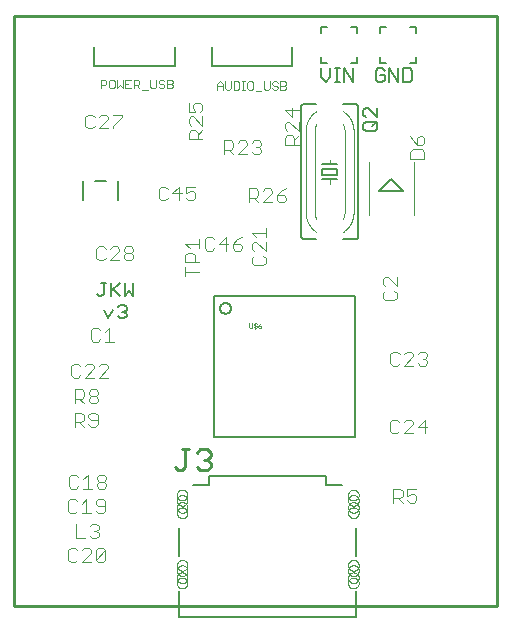
<source format=gto>
G75*
%MOIN*%
%OFA0B0*%
%FSLAX25Y25*%
%IPPOS*%
%LPD*%
%AMOC8*
5,1,8,0,0,1.08239X$1,22.5*
%
%ADD10C,0.01000*%
%ADD11C,0.00600*%
%ADD12C,0.00500*%
%ADD13C,0.00800*%
%ADD14C,0.00200*%
%ADD15C,0.00400*%
%ADD16C,0.00100*%
%ADD17C,0.00787*%
%ADD18C,0.00000*%
D10*
X0045031Y0019923D02*
X0045031Y0216673D01*
X0206031Y0216673D01*
X0206031Y0019923D01*
X0045031Y0019923D01*
X0098735Y0066334D02*
X0099903Y0065167D01*
X0101070Y0065167D01*
X0102238Y0066334D01*
X0102238Y0072173D01*
X0101070Y0072173D02*
X0103406Y0072173D01*
X0106101Y0071005D02*
X0107269Y0072173D01*
X0109604Y0072173D01*
X0110772Y0071005D01*
X0110772Y0069837D01*
X0109604Y0068670D01*
X0110772Y0067502D01*
X0110772Y0066334D01*
X0109604Y0065167D01*
X0107269Y0065167D01*
X0106101Y0066334D01*
X0108437Y0068670D02*
X0109604Y0068670D01*
D11*
X0111709Y0076201D02*
X0111709Y0123445D01*
X0158953Y0123445D01*
X0158953Y0076201D01*
X0111709Y0076201D01*
X0081933Y0115873D02*
X0080465Y0115873D01*
X0079731Y0116607D01*
X0081199Y0118074D02*
X0081933Y0118074D01*
X0082667Y0117340D01*
X0082667Y0116607D01*
X0081933Y0115873D01*
X0081933Y0118074D02*
X0082667Y0118808D01*
X0082667Y0119542D01*
X0081933Y0120276D01*
X0080465Y0120276D01*
X0079731Y0119542D01*
X0078063Y0118808D02*
X0076595Y0115873D01*
X0075127Y0118808D01*
X0074293Y0123373D02*
X0075027Y0124107D01*
X0075027Y0127776D01*
X0074293Y0127776D02*
X0075761Y0127776D01*
X0077429Y0127776D02*
X0077429Y0123373D01*
X0077429Y0124840D02*
X0080365Y0127776D01*
X0082033Y0127776D02*
X0082033Y0123373D01*
X0083501Y0124840D01*
X0084969Y0123373D01*
X0084969Y0127776D01*
X0080365Y0123373D02*
X0078163Y0125574D01*
X0074293Y0123373D02*
X0073559Y0123373D01*
X0072825Y0124107D01*
X0113825Y0119279D02*
X0113827Y0119364D01*
X0113833Y0119448D01*
X0113843Y0119533D01*
X0113857Y0119616D01*
X0113874Y0119699D01*
X0113896Y0119781D01*
X0113922Y0119862D01*
X0113951Y0119942D01*
X0113984Y0120020D01*
X0114020Y0120096D01*
X0114060Y0120171D01*
X0114104Y0120244D01*
X0114151Y0120315D01*
X0114201Y0120383D01*
X0114254Y0120449D01*
X0114311Y0120512D01*
X0114370Y0120573D01*
X0114432Y0120631D01*
X0114497Y0120686D01*
X0114564Y0120738D01*
X0114633Y0120786D01*
X0114705Y0120831D01*
X0114779Y0120873D01*
X0114855Y0120911D01*
X0114932Y0120946D01*
X0115011Y0120977D01*
X0115091Y0121005D01*
X0115173Y0121028D01*
X0115255Y0121048D01*
X0115338Y0121064D01*
X0115422Y0121076D01*
X0115507Y0121084D01*
X0115592Y0121088D01*
X0115676Y0121088D01*
X0115761Y0121084D01*
X0115846Y0121076D01*
X0115930Y0121064D01*
X0116013Y0121048D01*
X0116095Y0121028D01*
X0116177Y0121005D01*
X0116257Y0120977D01*
X0116336Y0120946D01*
X0116413Y0120911D01*
X0116489Y0120873D01*
X0116563Y0120831D01*
X0116635Y0120786D01*
X0116704Y0120738D01*
X0116771Y0120686D01*
X0116836Y0120631D01*
X0116898Y0120573D01*
X0116957Y0120512D01*
X0117014Y0120449D01*
X0117067Y0120383D01*
X0117117Y0120315D01*
X0117164Y0120244D01*
X0117208Y0120171D01*
X0117248Y0120096D01*
X0117284Y0120020D01*
X0117317Y0119942D01*
X0117346Y0119862D01*
X0117372Y0119781D01*
X0117394Y0119699D01*
X0117411Y0119616D01*
X0117425Y0119533D01*
X0117435Y0119448D01*
X0117441Y0119364D01*
X0117443Y0119279D01*
X0117441Y0119194D01*
X0117435Y0119110D01*
X0117425Y0119025D01*
X0117411Y0118942D01*
X0117394Y0118859D01*
X0117372Y0118777D01*
X0117346Y0118696D01*
X0117317Y0118616D01*
X0117284Y0118538D01*
X0117248Y0118462D01*
X0117208Y0118387D01*
X0117164Y0118314D01*
X0117117Y0118243D01*
X0117067Y0118175D01*
X0117014Y0118109D01*
X0116957Y0118046D01*
X0116898Y0117985D01*
X0116836Y0117927D01*
X0116771Y0117872D01*
X0116704Y0117820D01*
X0116635Y0117772D01*
X0116563Y0117727D01*
X0116489Y0117685D01*
X0116413Y0117647D01*
X0116336Y0117612D01*
X0116257Y0117581D01*
X0116177Y0117553D01*
X0116095Y0117530D01*
X0116013Y0117510D01*
X0115930Y0117494D01*
X0115846Y0117482D01*
X0115761Y0117474D01*
X0115676Y0117470D01*
X0115592Y0117470D01*
X0115507Y0117474D01*
X0115422Y0117482D01*
X0115338Y0117494D01*
X0115255Y0117510D01*
X0115173Y0117530D01*
X0115091Y0117553D01*
X0115011Y0117581D01*
X0114932Y0117612D01*
X0114855Y0117647D01*
X0114779Y0117685D01*
X0114705Y0117727D01*
X0114633Y0117772D01*
X0114564Y0117820D01*
X0114497Y0117872D01*
X0114432Y0117927D01*
X0114370Y0117985D01*
X0114311Y0118046D01*
X0114254Y0118109D01*
X0114201Y0118175D01*
X0114151Y0118243D01*
X0114104Y0118314D01*
X0114060Y0118387D01*
X0114020Y0118462D01*
X0113984Y0118538D01*
X0113951Y0118616D01*
X0113922Y0118696D01*
X0113896Y0118777D01*
X0113874Y0118859D01*
X0113857Y0118942D01*
X0113843Y0119025D01*
X0113833Y0119110D01*
X0113827Y0119194D01*
X0113825Y0119279D01*
X0140831Y0143323D02*
X0140831Y0186323D01*
X0140833Y0186383D01*
X0140838Y0186444D01*
X0140847Y0186503D01*
X0140860Y0186562D01*
X0140876Y0186621D01*
X0140896Y0186678D01*
X0140919Y0186733D01*
X0140946Y0186788D01*
X0140975Y0186840D01*
X0141008Y0186891D01*
X0141044Y0186940D01*
X0141082Y0186986D01*
X0141124Y0187030D01*
X0141168Y0187072D01*
X0141214Y0187110D01*
X0141263Y0187146D01*
X0141314Y0187179D01*
X0141366Y0187208D01*
X0141421Y0187235D01*
X0141476Y0187258D01*
X0141533Y0187278D01*
X0141592Y0187294D01*
X0141651Y0187307D01*
X0141710Y0187316D01*
X0141771Y0187321D01*
X0141831Y0187323D01*
X0145831Y0187323D01*
X0154831Y0187323D02*
X0158831Y0187323D01*
X0158891Y0187321D01*
X0158952Y0187316D01*
X0159011Y0187307D01*
X0159070Y0187294D01*
X0159129Y0187278D01*
X0159186Y0187258D01*
X0159241Y0187235D01*
X0159296Y0187208D01*
X0159348Y0187179D01*
X0159399Y0187146D01*
X0159448Y0187110D01*
X0159494Y0187072D01*
X0159538Y0187030D01*
X0159580Y0186986D01*
X0159618Y0186940D01*
X0159654Y0186891D01*
X0159687Y0186840D01*
X0159716Y0186788D01*
X0159743Y0186733D01*
X0159766Y0186678D01*
X0159786Y0186621D01*
X0159802Y0186562D01*
X0159815Y0186503D01*
X0159824Y0186444D01*
X0159829Y0186383D01*
X0159831Y0186323D01*
X0159831Y0143323D01*
X0159829Y0143263D01*
X0159824Y0143202D01*
X0159815Y0143143D01*
X0159802Y0143084D01*
X0159786Y0143025D01*
X0159766Y0142968D01*
X0159743Y0142913D01*
X0159716Y0142858D01*
X0159687Y0142806D01*
X0159654Y0142755D01*
X0159618Y0142706D01*
X0159580Y0142660D01*
X0159538Y0142616D01*
X0159494Y0142574D01*
X0159448Y0142536D01*
X0159399Y0142500D01*
X0159348Y0142467D01*
X0159296Y0142438D01*
X0159241Y0142411D01*
X0159186Y0142388D01*
X0159129Y0142368D01*
X0159070Y0142352D01*
X0159011Y0142339D01*
X0158952Y0142330D01*
X0158891Y0142325D01*
X0158831Y0142323D01*
X0154831Y0142323D01*
X0145831Y0142323D02*
X0141831Y0142323D01*
X0141771Y0142325D01*
X0141710Y0142330D01*
X0141651Y0142339D01*
X0141592Y0142352D01*
X0141533Y0142368D01*
X0141476Y0142388D01*
X0141421Y0142411D01*
X0141366Y0142438D01*
X0141314Y0142467D01*
X0141263Y0142500D01*
X0141214Y0142536D01*
X0141168Y0142574D01*
X0141124Y0142616D01*
X0141082Y0142660D01*
X0141044Y0142706D01*
X0141008Y0142755D01*
X0140975Y0142806D01*
X0140946Y0142858D01*
X0140919Y0142913D01*
X0140896Y0142968D01*
X0140876Y0143025D01*
X0140860Y0143084D01*
X0140847Y0143143D01*
X0140838Y0143202D01*
X0140833Y0143263D01*
X0140831Y0143323D01*
X0147831Y0162323D02*
X0150331Y0162323D01*
X0152831Y0162323D01*
X0152831Y0163823D02*
X0152831Y0165823D01*
X0147831Y0165823D01*
X0147831Y0163823D01*
X0152831Y0163823D01*
X0152831Y0167323D02*
X0150331Y0167323D01*
X0147831Y0167323D01*
X0147575Y0200923D02*
X0147575Y0202923D01*
X0147575Y0200923D02*
X0149575Y0200923D01*
X0157575Y0200923D02*
X0159575Y0200923D01*
X0159575Y0202923D01*
X0167260Y0202923D02*
X0167260Y0200923D01*
X0169260Y0200923D01*
X0177260Y0200923D02*
X0179260Y0200923D01*
X0179260Y0202923D01*
X0179260Y0210923D02*
X0179260Y0212923D01*
X0177260Y0212923D01*
X0169260Y0212923D02*
X0167260Y0212923D01*
X0167260Y0210923D01*
X0159575Y0210923D02*
X0159575Y0212923D01*
X0157575Y0212923D01*
X0149575Y0212923D02*
X0147575Y0212923D01*
X0147575Y0210923D01*
D12*
X0147547Y0199176D02*
X0147547Y0196174D01*
X0149049Y0194673D01*
X0150550Y0196174D01*
X0150550Y0199176D01*
X0152151Y0199176D02*
X0153653Y0199176D01*
X0152902Y0199176D02*
X0152902Y0194673D01*
X0152151Y0194673D02*
X0153653Y0194673D01*
X0155221Y0194673D02*
X0155221Y0199176D01*
X0158223Y0194673D01*
X0158223Y0199176D01*
X0165698Y0198426D02*
X0165698Y0195423D01*
X0166448Y0194673D01*
X0167950Y0194673D01*
X0168700Y0195423D01*
X0168700Y0196924D01*
X0167199Y0196924D01*
X0165698Y0198426D02*
X0166448Y0199176D01*
X0167950Y0199176D01*
X0168700Y0198426D01*
X0170302Y0199176D02*
X0173304Y0194673D01*
X0173304Y0199176D01*
X0174906Y0199176D02*
X0177158Y0199176D01*
X0177908Y0198426D01*
X0177908Y0195423D01*
X0177158Y0194673D01*
X0174906Y0194673D01*
X0174906Y0199176D01*
X0170302Y0199176D02*
X0170302Y0194673D01*
X0166081Y0185971D02*
X0166081Y0182969D01*
X0163079Y0185971D01*
X0162328Y0185971D01*
X0161577Y0185221D01*
X0161577Y0183719D01*
X0162328Y0182969D01*
X0162328Y0181367D02*
X0165331Y0181367D01*
X0166081Y0180617D01*
X0166081Y0179115D01*
X0165331Y0178365D01*
X0162328Y0178365D01*
X0161577Y0179115D01*
X0161577Y0180617D01*
X0162328Y0181367D01*
X0164580Y0179866D02*
X0166081Y0181367D01*
X0206449Y0216348D02*
X0045031Y0216348D01*
D13*
X0071945Y0216505D02*
X0098717Y0216505D01*
X0098717Y0206269D02*
X0098717Y0199970D01*
X0071945Y0199970D01*
X0071945Y0206269D01*
X0111145Y0206269D02*
X0111145Y0199970D01*
X0137917Y0199970D01*
X0137917Y0206269D01*
X0137917Y0216505D02*
X0111145Y0216505D01*
X0079731Y0161623D02*
X0079731Y0155273D01*
X0075731Y0161623D02*
X0072160Y0161623D01*
X0068223Y0161623D02*
X0068223Y0155273D01*
X0166947Y0158463D02*
X0174821Y0158463D01*
X0170884Y0162490D01*
X0166947Y0158463D01*
D14*
X0158331Y0151323D02*
X0158331Y0178323D01*
X0155331Y0178323D02*
X0155331Y0151323D01*
X0145831Y0144708D02*
X0145672Y0144820D01*
X0145515Y0144935D01*
X0145361Y0145054D01*
X0145210Y0145177D01*
X0145062Y0145303D01*
X0144917Y0145433D01*
X0144775Y0145567D01*
X0144637Y0145704D01*
X0144502Y0145844D01*
X0144370Y0145987D01*
X0144242Y0146134D01*
X0144118Y0146284D01*
X0143997Y0146436D01*
X0143880Y0146592D01*
X0143767Y0146750D01*
X0143657Y0146911D01*
X0143552Y0147075D01*
X0143451Y0147241D01*
X0143353Y0147410D01*
X0143260Y0147581D01*
X0143171Y0147754D01*
X0143086Y0147929D01*
X0143006Y0148107D01*
X0142930Y0148286D01*
X0142858Y0148467D01*
X0142791Y0148649D01*
X0142728Y0148834D01*
X0142670Y0149019D01*
X0142616Y0149207D01*
X0142567Y0149395D01*
X0142522Y0149584D01*
X0142482Y0149775D01*
X0142447Y0149966D01*
X0142416Y0150159D01*
X0142390Y0150352D01*
X0142369Y0150545D01*
X0142352Y0150739D01*
X0142340Y0150933D01*
X0142333Y0151128D01*
X0142331Y0151323D01*
X0142331Y0178323D01*
X0145331Y0178323D02*
X0145331Y0151323D01*
X0145331Y0151322D02*
X0145333Y0151189D01*
X0145338Y0151057D01*
X0145347Y0150925D01*
X0145359Y0150792D01*
X0145375Y0150661D01*
X0145394Y0150529D01*
X0145417Y0150399D01*
X0145443Y0150269D01*
X0145473Y0150139D01*
X0145506Y0150011D01*
X0145542Y0149883D01*
X0145582Y0149757D01*
X0145625Y0149631D01*
X0145672Y0149507D01*
X0145722Y0149384D01*
X0145775Y0149263D01*
X0145831Y0149143D01*
X0154831Y0144708D02*
X0154991Y0144819D01*
X0155147Y0144934D01*
X0155301Y0145053D01*
X0155453Y0145176D01*
X0155601Y0145303D01*
X0155745Y0145433D01*
X0155887Y0145566D01*
X0156026Y0145703D01*
X0156161Y0145843D01*
X0156292Y0145987D01*
X0156420Y0146133D01*
X0156545Y0146283D01*
X0156665Y0146436D01*
X0156782Y0146591D01*
X0156896Y0146750D01*
X0157005Y0146911D01*
X0157110Y0147075D01*
X0157212Y0147241D01*
X0157309Y0147409D01*
X0157402Y0147580D01*
X0157491Y0147754D01*
X0157576Y0147929D01*
X0157656Y0148106D01*
X0157732Y0148285D01*
X0157804Y0148466D01*
X0157871Y0148649D01*
X0157934Y0148833D01*
X0157992Y0149019D01*
X0158046Y0149206D01*
X0158095Y0149395D01*
X0158140Y0149584D01*
X0158180Y0149775D01*
X0158215Y0149966D01*
X0158246Y0150158D01*
X0158272Y0150351D01*
X0158293Y0150545D01*
X0158310Y0150739D01*
X0158322Y0150933D01*
X0158329Y0151128D01*
X0158331Y0151322D01*
X0155331Y0151322D02*
X0155329Y0151189D01*
X0155324Y0151057D01*
X0155315Y0150925D01*
X0155303Y0150792D01*
X0155287Y0150661D01*
X0155268Y0150529D01*
X0155245Y0150399D01*
X0155219Y0150269D01*
X0155189Y0150139D01*
X0155156Y0150011D01*
X0155120Y0149883D01*
X0155080Y0149757D01*
X0155037Y0149631D01*
X0154990Y0149507D01*
X0154940Y0149384D01*
X0154887Y0149263D01*
X0154831Y0149143D01*
X0150331Y0160823D02*
X0150331Y0162323D01*
X0150331Y0167323D02*
X0150331Y0168823D01*
X0158331Y0178322D02*
X0158329Y0178517D01*
X0158322Y0178711D01*
X0158310Y0178906D01*
X0158293Y0179100D01*
X0158272Y0179293D01*
X0158246Y0179486D01*
X0158215Y0179678D01*
X0158180Y0179870D01*
X0158140Y0180060D01*
X0158095Y0180250D01*
X0158046Y0180438D01*
X0157992Y0180625D01*
X0157934Y0180811D01*
X0157871Y0180995D01*
X0157804Y0181178D01*
X0157732Y0181359D01*
X0157656Y0181538D01*
X0157576Y0181715D01*
X0157491Y0181891D01*
X0157402Y0182064D01*
X0157309Y0182235D01*
X0157212Y0182403D01*
X0157110Y0182570D01*
X0157005Y0182733D01*
X0156895Y0182894D01*
X0156782Y0183053D01*
X0156665Y0183208D01*
X0156544Y0183361D01*
X0156420Y0183511D01*
X0156292Y0183657D01*
X0156160Y0183801D01*
X0156025Y0183941D01*
X0155887Y0184078D01*
X0155745Y0184211D01*
X0155600Y0184341D01*
X0155452Y0184468D01*
X0155301Y0184591D01*
X0155147Y0184710D01*
X0154990Y0184825D01*
X0154831Y0184937D01*
X0145831Y0184937D02*
X0145671Y0184826D01*
X0145515Y0184711D01*
X0145361Y0184592D01*
X0145209Y0184469D01*
X0145061Y0184342D01*
X0144917Y0184212D01*
X0144775Y0184079D01*
X0144636Y0183942D01*
X0144501Y0183802D01*
X0144370Y0183658D01*
X0144242Y0183512D01*
X0144117Y0183362D01*
X0143997Y0183209D01*
X0143880Y0183054D01*
X0143766Y0182895D01*
X0143657Y0182734D01*
X0143552Y0182570D01*
X0143450Y0182404D01*
X0143353Y0182236D01*
X0143260Y0182065D01*
X0143171Y0181891D01*
X0143086Y0181716D01*
X0143006Y0181539D01*
X0142930Y0181360D01*
X0142858Y0181179D01*
X0142791Y0180996D01*
X0142728Y0180812D01*
X0142670Y0180626D01*
X0142616Y0180439D01*
X0142567Y0180250D01*
X0142522Y0180061D01*
X0142482Y0179870D01*
X0142447Y0179679D01*
X0142416Y0179487D01*
X0142390Y0179294D01*
X0142369Y0179100D01*
X0142352Y0178906D01*
X0142340Y0178712D01*
X0142333Y0178517D01*
X0142331Y0178323D01*
X0145331Y0178323D02*
X0145333Y0178456D01*
X0145338Y0178588D01*
X0145347Y0178720D01*
X0145359Y0178853D01*
X0145375Y0178984D01*
X0145394Y0179116D01*
X0145417Y0179246D01*
X0145443Y0179376D01*
X0145473Y0179506D01*
X0145506Y0179634D01*
X0145542Y0179762D01*
X0145582Y0179888D01*
X0145625Y0180014D01*
X0145672Y0180138D01*
X0145722Y0180261D01*
X0145775Y0180382D01*
X0145831Y0180502D01*
X0154831Y0180502D02*
X0154887Y0180382D01*
X0154940Y0180261D01*
X0154990Y0180138D01*
X0155037Y0180014D01*
X0155080Y0179888D01*
X0155120Y0179762D01*
X0155156Y0179634D01*
X0155189Y0179506D01*
X0155219Y0179376D01*
X0155245Y0179246D01*
X0155268Y0179116D01*
X0155287Y0178984D01*
X0155303Y0178853D01*
X0155315Y0178720D01*
X0155324Y0178588D01*
X0155329Y0178456D01*
X0155331Y0178323D01*
X0135836Y0192535D02*
X0135369Y0192068D01*
X0133968Y0192068D01*
X0133968Y0194871D01*
X0135369Y0194871D01*
X0135836Y0194404D01*
X0135836Y0193936D01*
X0135369Y0193469D01*
X0133968Y0193469D01*
X0133074Y0193002D02*
X0133074Y0192535D01*
X0132607Y0192068D01*
X0131673Y0192068D01*
X0131206Y0192535D01*
X0130312Y0192535D02*
X0130312Y0194871D01*
X0131206Y0194404D02*
X0131206Y0193936D01*
X0131673Y0193469D01*
X0132607Y0193469D01*
X0133074Y0193002D01*
X0133074Y0194404D02*
X0132607Y0194871D01*
X0131673Y0194871D01*
X0131206Y0194404D01*
X0130312Y0192535D02*
X0129844Y0192068D01*
X0128910Y0192068D01*
X0128443Y0192535D01*
X0128443Y0194871D01*
X0127549Y0191601D02*
X0125681Y0191601D01*
X0124787Y0192535D02*
X0124787Y0194404D01*
X0124320Y0194871D01*
X0123386Y0194871D01*
X0122919Y0194404D01*
X0122919Y0192535D01*
X0123386Y0192068D01*
X0124320Y0192068D01*
X0124787Y0192535D01*
X0122011Y0192068D02*
X0121077Y0192068D01*
X0121544Y0192068D02*
X0121544Y0194871D01*
X0121077Y0194871D02*
X0122011Y0194871D01*
X0120183Y0194404D02*
X0120183Y0192535D01*
X0119716Y0192068D01*
X0118315Y0192068D01*
X0118315Y0194871D01*
X0119716Y0194871D01*
X0120183Y0194404D01*
X0117421Y0194871D02*
X0117421Y0192535D01*
X0116954Y0192068D01*
X0116019Y0192068D01*
X0115552Y0192535D01*
X0115552Y0194871D01*
X0114658Y0193936D02*
X0114658Y0192068D01*
X0114658Y0193469D02*
X0112790Y0193469D01*
X0112790Y0193936D02*
X0113724Y0194871D01*
X0114658Y0193936D01*
X0112790Y0193936D02*
X0112790Y0192068D01*
X0097986Y0193035D02*
X0097519Y0192568D01*
X0096118Y0192568D01*
X0096118Y0195371D01*
X0097519Y0195371D01*
X0097986Y0194904D01*
X0097986Y0194436D01*
X0097519Y0193969D01*
X0096118Y0193969D01*
X0095224Y0193502D02*
X0095224Y0193035D01*
X0094757Y0192568D01*
X0093823Y0192568D01*
X0093356Y0193035D01*
X0092462Y0193035D02*
X0092462Y0195371D01*
X0093356Y0194904D02*
X0093823Y0195371D01*
X0094757Y0195371D01*
X0095224Y0194904D01*
X0094757Y0193969D02*
X0095224Y0193502D01*
X0094757Y0193969D02*
X0093823Y0193969D01*
X0093356Y0194436D01*
X0093356Y0194904D01*
X0092462Y0193035D02*
X0091994Y0192568D01*
X0091060Y0192568D01*
X0090593Y0193035D01*
X0090593Y0195371D01*
X0089699Y0192101D02*
X0087831Y0192101D01*
X0086937Y0192568D02*
X0086003Y0193502D01*
X0086470Y0193502D02*
X0085069Y0193502D01*
X0085069Y0192568D02*
X0085069Y0195371D01*
X0086470Y0195371D01*
X0086937Y0194904D01*
X0086937Y0193969D01*
X0086470Y0193502D01*
X0084174Y0192568D02*
X0082306Y0192568D01*
X0082306Y0195371D01*
X0084174Y0195371D01*
X0083240Y0193969D02*
X0082306Y0193969D01*
X0081412Y0192568D02*
X0080478Y0193502D01*
X0079544Y0192568D01*
X0079544Y0195371D01*
X0078650Y0194904D02*
X0078183Y0195371D01*
X0077249Y0195371D01*
X0076782Y0194904D01*
X0076782Y0193035D01*
X0077249Y0192568D01*
X0078183Y0192568D01*
X0078650Y0193035D01*
X0078650Y0194904D01*
X0075887Y0194904D02*
X0075420Y0195371D01*
X0074019Y0195371D01*
X0074019Y0192568D01*
X0074019Y0193502D02*
X0075420Y0193502D01*
X0075887Y0193969D01*
X0075887Y0194904D01*
X0081412Y0195371D02*
X0081412Y0192568D01*
X0097519Y0193969D02*
X0097986Y0193502D01*
X0097986Y0193035D01*
X0135369Y0193469D02*
X0135836Y0193002D01*
X0135836Y0192535D01*
D15*
X0137729Y0186088D02*
X0137729Y0183019D01*
X0135427Y0185321D01*
X0140031Y0185321D01*
X0140031Y0181484D02*
X0140031Y0178415D01*
X0136962Y0181484D01*
X0136195Y0181484D01*
X0135427Y0180717D01*
X0135427Y0179182D01*
X0136195Y0178415D01*
X0136195Y0176880D02*
X0137729Y0176880D01*
X0138497Y0176113D01*
X0138497Y0173811D01*
X0140031Y0173811D02*
X0135427Y0173811D01*
X0135427Y0176113D01*
X0136195Y0176880D01*
X0138497Y0175345D02*
X0140031Y0176880D01*
X0127508Y0174459D02*
X0127508Y0173692D01*
X0126741Y0172925D01*
X0127508Y0172157D01*
X0127508Y0171390D01*
X0126741Y0170623D01*
X0125206Y0170623D01*
X0124439Y0171390D01*
X0122904Y0170623D02*
X0119835Y0170623D01*
X0122904Y0173692D01*
X0122904Y0174459D01*
X0122137Y0175226D01*
X0120602Y0175226D01*
X0119835Y0174459D01*
X0118300Y0174459D02*
X0117533Y0175226D01*
X0115231Y0175226D01*
X0115231Y0170623D01*
X0115231Y0172157D02*
X0117533Y0172157D01*
X0118300Y0172925D01*
X0118300Y0174459D01*
X0116766Y0172157D02*
X0118300Y0170623D01*
X0124439Y0174459D02*
X0125206Y0175226D01*
X0126741Y0175226D01*
X0127508Y0174459D01*
X0126741Y0172925D02*
X0125974Y0172925D01*
X0125833Y0159226D02*
X0123531Y0159226D01*
X0123531Y0154623D01*
X0123531Y0156157D02*
X0125833Y0156157D01*
X0126600Y0156925D01*
X0126600Y0158459D01*
X0125833Y0159226D01*
X0128135Y0158459D02*
X0128902Y0159226D01*
X0130437Y0159226D01*
X0131204Y0158459D01*
X0131204Y0157692D01*
X0128135Y0154623D01*
X0131204Y0154623D01*
X0132739Y0155390D02*
X0133506Y0154623D01*
X0135041Y0154623D01*
X0135808Y0155390D01*
X0135808Y0156157D01*
X0135041Y0156925D01*
X0132739Y0156925D01*
X0132739Y0155390D01*
X0132739Y0156925D02*
X0134274Y0158459D01*
X0135808Y0159226D01*
X0126600Y0154623D02*
X0125066Y0156157D01*
X0129031Y0146000D02*
X0129031Y0142930D01*
X0129031Y0141396D02*
X0129031Y0138326D01*
X0125962Y0141396D01*
X0125195Y0141396D01*
X0124427Y0140628D01*
X0124427Y0139094D01*
X0125195Y0138326D01*
X0125195Y0136792D02*
X0124427Y0136025D01*
X0124427Y0134490D01*
X0125195Y0133723D01*
X0128264Y0133723D01*
X0129031Y0134490D01*
X0129031Y0136025D01*
X0128264Y0136792D01*
X0125962Y0142930D02*
X0124427Y0144465D01*
X0129031Y0144465D01*
X0121097Y0143026D02*
X0119562Y0142259D01*
X0118027Y0140725D01*
X0120329Y0140725D01*
X0121097Y0139957D01*
X0121097Y0139190D01*
X0120329Y0138423D01*
X0118795Y0138423D01*
X0118027Y0139190D01*
X0118027Y0140725D01*
X0116493Y0140725D02*
X0113423Y0140725D01*
X0115725Y0143026D01*
X0115725Y0138423D01*
X0111889Y0139190D02*
X0111121Y0138423D01*
X0109587Y0138423D01*
X0108819Y0139190D01*
X0108819Y0142259D01*
X0109587Y0143026D01*
X0111121Y0143026D01*
X0111889Y0142259D01*
X0106872Y0142238D02*
X0106872Y0139169D01*
X0106872Y0140703D02*
X0102268Y0140703D01*
X0103803Y0139169D01*
X0103036Y0137634D02*
X0104570Y0137634D01*
X0105338Y0136867D01*
X0105338Y0134565D01*
X0106872Y0134565D02*
X0102268Y0134565D01*
X0102268Y0136867D01*
X0103036Y0137634D01*
X0102268Y0133030D02*
X0102268Y0129961D01*
X0102268Y0131495D02*
X0106872Y0131495D01*
X0084908Y0136090D02*
X0084141Y0135323D01*
X0082606Y0135323D01*
X0081839Y0136090D01*
X0081839Y0136857D01*
X0082606Y0137625D01*
X0084141Y0137625D01*
X0084908Y0136857D01*
X0084908Y0136090D01*
X0084141Y0137625D02*
X0084908Y0138392D01*
X0084908Y0139159D01*
X0084141Y0139926D01*
X0082606Y0139926D01*
X0081839Y0139159D01*
X0081839Y0138392D01*
X0082606Y0137625D01*
X0080304Y0138392D02*
X0080304Y0139159D01*
X0079537Y0139926D01*
X0078002Y0139926D01*
X0077235Y0139159D01*
X0075700Y0139159D02*
X0074933Y0139926D01*
X0073399Y0139926D01*
X0072631Y0139159D01*
X0072631Y0136090D01*
X0073399Y0135323D01*
X0074933Y0135323D01*
X0075700Y0136090D01*
X0077235Y0135323D02*
X0080304Y0138392D01*
X0080304Y0135323D02*
X0077235Y0135323D01*
X0094099Y0155223D02*
X0095633Y0155223D01*
X0096400Y0155990D01*
X0097935Y0157525D02*
X0101004Y0157525D01*
X0102539Y0157525D02*
X0102539Y0159826D01*
X0105608Y0159826D01*
X0104841Y0158292D02*
X0104074Y0158292D01*
X0102539Y0157525D01*
X0102539Y0155990D02*
X0103306Y0155223D01*
X0104841Y0155223D01*
X0105608Y0155990D01*
X0105608Y0157525D01*
X0104841Y0158292D01*
X0100237Y0159826D02*
X0100237Y0155223D01*
X0097935Y0157525D02*
X0100237Y0159826D01*
X0096400Y0159059D02*
X0095633Y0159826D01*
X0094099Y0159826D01*
X0093331Y0159059D01*
X0093331Y0155990D01*
X0094099Y0155223D01*
X0103327Y0175511D02*
X0103327Y0177813D01*
X0104095Y0178580D01*
X0105629Y0178580D01*
X0106397Y0177813D01*
X0106397Y0175511D01*
X0107931Y0175511D02*
X0103327Y0175511D01*
X0106397Y0177045D02*
X0107931Y0178580D01*
X0107931Y0180115D02*
X0104862Y0183184D01*
X0104095Y0183184D01*
X0103327Y0182417D01*
X0103327Y0180882D01*
X0104095Y0180115D01*
X0107931Y0180115D02*
X0107931Y0183184D01*
X0107164Y0184719D02*
X0107931Y0185486D01*
X0107931Y0187021D01*
X0107164Y0187788D01*
X0105629Y0187788D01*
X0104862Y0187021D01*
X0104862Y0186253D01*
X0105629Y0184719D01*
X0103327Y0184719D01*
X0103327Y0187788D01*
X0081208Y0183826D02*
X0081208Y0183059D01*
X0078139Y0179990D01*
X0078139Y0179223D01*
X0076604Y0179223D02*
X0073535Y0179223D01*
X0076604Y0182292D01*
X0076604Y0183059D01*
X0075837Y0183826D01*
X0074302Y0183826D01*
X0073535Y0183059D01*
X0072000Y0183059D02*
X0071233Y0183826D01*
X0069699Y0183826D01*
X0068931Y0183059D01*
X0068931Y0179990D01*
X0069699Y0179223D01*
X0071233Y0179223D01*
X0072000Y0179990D01*
X0078139Y0183826D02*
X0081208Y0183826D01*
X0076862Y0112726D02*
X0076862Y0108123D01*
X0075327Y0108123D02*
X0078397Y0108123D01*
X0075327Y0111192D02*
X0076862Y0112726D01*
X0073793Y0111959D02*
X0073025Y0112726D01*
X0071491Y0112726D01*
X0070723Y0111959D01*
X0070723Y0108890D01*
X0071491Y0108123D01*
X0073025Y0108123D01*
X0073793Y0108890D01*
X0074195Y0100726D02*
X0073427Y0099959D01*
X0074195Y0100726D02*
X0075729Y0100726D01*
X0076497Y0099959D01*
X0076497Y0099192D01*
X0073427Y0096123D01*
X0076497Y0096123D01*
X0071893Y0096123D02*
X0068823Y0096123D01*
X0071893Y0099192D01*
X0071893Y0099959D01*
X0071125Y0100726D01*
X0069591Y0100726D01*
X0068823Y0099959D01*
X0067289Y0099959D02*
X0066521Y0100726D01*
X0064987Y0100726D01*
X0064219Y0099959D01*
X0064219Y0096890D01*
X0064987Y0096123D01*
X0066521Y0096123D01*
X0067289Y0096890D01*
X0067725Y0092226D02*
X0065423Y0092226D01*
X0065423Y0087623D01*
X0065423Y0089157D02*
X0067725Y0089157D01*
X0068493Y0089925D01*
X0068493Y0091459D01*
X0067725Y0092226D01*
X0070027Y0091459D02*
X0070027Y0090692D01*
X0070795Y0089925D01*
X0072329Y0089925D01*
X0073097Y0089157D01*
X0073097Y0088390D01*
X0072329Y0087623D01*
X0070795Y0087623D01*
X0070027Y0088390D01*
X0070027Y0089157D01*
X0070795Y0089925D01*
X0072329Y0089925D02*
X0073097Y0090692D01*
X0073097Y0091459D01*
X0072329Y0092226D01*
X0070795Y0092226D01*
X0070027Y0091459D01*
X0066958Y0089157D02*
X0068493Y0087623D01*
X0067625Y0084426D02*
X0068393Y0083659D01*
X0068393Y0082125D01*
X0067625Y0081357D01*
X0065323Y0081357D01*
X0065323Y0079823D02*
X0065323Y0084426D01*
X0067625Y0084426D01*
X0069927Y0083659D02*
X0069927Y0082892D01*
X0070695Y0082125D01*
X0072997Y0082125D01*
X0072997Y0083659D02*
X0072229Y0084426D01*
X0070695Y0084426D01*
X0069927Y0083659D01*
X0069927Y0080590D02*
X0070695Y0079823D01*
X0072229Y0079823D01*
X0072997Y0080590D01*
X0072997Y0083659D01*
X0068393Y0079823D02*
X0066858Y0081357D01*
X0065833Y0063726D02*
X0064299Y0063726D01*
X0063531Y0062959D01*
X0063531Y0059890D01*
X0064299Y0059123D01*
X0065833Y0059123D01*
X0066600Y0059890D01*
X0068135Y0059123D02*
X0071204Y0059123D01*
X0069670Y0059123D02*
X0069670Y0063726D01*
X0068135Y0062192D01*
X0066600Y0062959D02*
X0065833Y0063726D01*
X0072739Y0062959D02*
X0072739Y0062192D01*
X0073506Y0061425D01*
X0075041Y0061425D01*
X0075808Y0060657D01*
X0075808Y0059890D01*
X0075041Y0059123D01*
X0073506Y0059123D01*
X0072739Y0059890D01*
X0072739Y0060657D01*
X0073506Y0061425D01*
X0075041Y0061425D02*
X0075808Y0062192D01*
X0075808Y0062959D01*
X0075041Y0063726D01*
X0073506Y0063726D01*
X0072739Y0062959D01*
X0073106Y0055626D02*
X0072339Y0054859D01*
X0072339Y0054092D01*
X0073106Y0053325D01*
X0075408Y0053325D01*
X0075408Y0054859D02*
X0074641Y0055626D01*
X0073106Y0055626D01*
X0075408Y0054859D02*
X0075408Y0051790D01*
X0074641Y0051023D01*
X0073106Y0051023D01*
X0072339Y0051790D01*
X0070804Y0051023D02*
X0067735Y0051023D01*
X0069270Y0051023D02*
X0069270Y0055626D01*
X0067735Y0054092D01*
X0066200Y0054859D02*
X0065433Y0055626D01*
X0063899Y0055626D01*
X0063131Y0054859D01*
X0063131Y0051790D01*
X0063899Y0051023D01*
X0065433Y0051023D01*
X0066200Y0051790D01*
X0065731Y0047326D02*
X0065731Y0042723D01*
X0068800Y0042723D01*
X0070335Y0043490D02*
X0071102Y0042723D01*
X0072637Y0042723D01*
X0073404Y0043490D01*
X0073404Y0044257D01*
X0072637Y0045025D01*
X0071870Y0045025D01*
X0072637Y0045025D02*
X0073404Y0045792D01*
X0073404Y0046559D01*
X0072637Y0047326D01*
X0071102Y0047326D01*
X0070335Y0046559D01*
X0070137Y0039326D02*
X0068602Y0039326D01*
X0067835Y0038559D01*
X0066300Y0038559D02*
X0065533Y0039326D01*
X0063999Y0039326D01*
X0063231Y0038559D01*
X0063231Y0035490D01*
X0063999Y0034723D01*
X0065533Y0034723D01*
X0066300Y0035490D01*
X0067835Y0034723D02*
X0070904Y0037792D01*
X0070904Y0038559D01*
X0070137Y0039326D01*
X0072439Y0038559D02*
X0073206Y0039326D01*
X0074741Y0039326D01*
X0075508Y0038559D01*
X0072439Y0035490D01*
X0073206Y0034723D01*
X0074741Y0034723D01*
X0075508Y0035490D01*
X0075508Y0038559D01*
X0072439Y0038559D02*
X0072439Y0035490D01*
X0070904Y0034723D02*
X0067835Y0034723D01*
X0168127Y0122790D02*
X0168895Y0122023D01*
X0171964Y0122023D01*
X0172731Y0122790D01*
X0172731Y0124325D01*
X0171964Y0125092D01*
X0172731Y0126626D02*
X0169662Y0129696D01*
X0168895Y0129696D01*
X0168127Y0128928D01*
X0168127Y0127394D01*
X0168895Y0126626D01*
X0168895Y0125092D02*
X0168127Y0124325D01*
X0168127Y0122790D01*
X0172731Y0126626D02*
X0172731Y0129696D01*
X0178384Y0150323D02*
X0178384Y0168123D01*
X0177280Y0169115D02*
X0177280Y0171417D01*
X0178047Y0172184D01*
X0181117Y0172184D01*
X0181884Y0171417D01*
X0181884Y0169115D01*
X0177280Y0169115D01*
X0179582Y0173719D02*
X0179582Y0176021D01*
X0180349Y0176788D01*
X0181117Y0176788D01*
X0181884Y0176021D01*
X0181884Y0174486D01*
X0181117Y0173719D01*
X0179582Y0173719D01*
X0178047Y0175253D01*
X0177280Y0176788D01*
X0163384Y0168123D02*
X0163384Y0150323D01*
X0171399Y0104726D02*
X0170631Y0103959D01*
X0170631Y0100890D01*
X0171399Y0100123D01*
X0172933Y0100123D01*
X0173700Y0100890D01*
X0175235Y0100123D02*
X0178304Y0103192D01*
X0178304Y0103959D01*
X0177537Y0104726D01*
X0176002Y0104726D01*
X0175235Y0103959D01*
X0173700Y0103959D02*
X0172933Y0104726D01*
X0171399Y0104726D01*
X0175235Y0100123D02*
X0178304Y0100123D01*
X0179839Y0100890D02*
X0180606Y0100123D01*
X0182141Y0100123D01*
X0182908Y0100890D01*
X0182908Y0101657D01*
X0182141Y0102425D01*
X0181374Y0102425D01*
X0182141Y0102425D02*
X0182908Y0103192D01*
X0182908Y0103959D01*
X0182141Y0104726D01*
X0180606Y0104726D01*
X0179839Y0103959D01*
X0182041Y0082126D02*
X0179739Y0079825D01*
X0182808Y0079825D01*
X0182041Y0082126D02*
X0182041Y0077523D01*
X0178204Y0077523D02*
X0175135Y0077523D01*
X0178204Y0080592D01*
X0178204Y0081359D01*
X0177437Y0082126D01*
X0175902Y0082126D01*
X0175135Y0081359D01*
X0173600Y0081359D02*
X0172833Y0082126D01*
X0171299Y0082126D01*
X0170531Y0081359D01*
X0170531Y0078290D01*
X0171299Y0077523D01*
X0172833Y0077523D01*
X0173600Y0078290D01*
X0173933Y0059026D02*
X0171631Y0059026D01*
X0171631Y0054423D01*
X0171631Y0055957D02*
X0173933Y0055957D01*
X0174700Y0056725D01*
X0174700Y0058259D01*
X0173933Y0059026D01*
X0176235Y0059026D02*
X0176235Y0056725D01*
X0177770Y0057492D01*
X0178537Y0057492D01*
X0179304Y0056725D01*
X0179304Y0055190D01*
X0178537Y0054423D01*
X0177002Y0054423D01*
X0176235Y0055190D01*
X0174700Y0054423D02*
X0173166Y0055957D01*
X0176235Y0059026D02*
X0179304Y0059026D01*
D16*
X0127315Y0112715D02*
X0127565Y0112965D01*
X0127565Y0113216D01*
X0127315Y0113466D01*
X0126564Y0113466D01*
X0126564Y0112965D01*
X0126814Y0112715D01*
X0127315Y0112715D01*
X0126564Y0113466D02*
X0127064Y0113966D01*
X0127565Y0114216D01*
X0126092Y0113966D02*
X0125841Y0114216D01*
X0125341Y0114216D01*
X0125091Y0113966D01*
X0125091Y0113716D01*
X0125341Y0113466D01*
X0125841Y0113466D01*
X0126092Y0113216D01*
X0126092Y0112965D01*
X0125841Y0112715D01*
X0125341Y0112715D01*
X0125091Y0112965D01*
X0124618Y0112965D02*
X0124618Y0114216D01*
X0123617Y0114216D02*
X0123617Y0112965D01*
X0123868Y0112715D01*
X0124368Y0112715D01*
X0124618Y0112965D01*
X0125591Y0112465D02*
X0125591Y0114467D01*
D17*
X0110243Y0063273D02*
X0149219Y0063273D01*
X0149219Y0060320D01*
X0154534Y0060320D01*
X0159259Y0045950D02*
X0159259Y0036501D01*
X0159259Y0024887D02*
X0159259Y0016423D01*
X0100204Y0016423D01*
X0100204Y0024887D01*
X0100204Y0036501D02*
X0100204Y0045950D01*
X0104928Y0060320D02*
X0110243Y0060320D01*
X0110243Y0063273D01*
D18*
X0099416Y0056974D02*
X0099418Y0057058D01*
X0099424Y0057141D01*
X0099434Y0057224D01*
X0099448Y0057307D01*
X0099465Y0057389D01*
X0099487Y0057470D01*
X0099512Y0057549D01*
X0099541Y0057628D01*
X0099574Y0057705D01*
X0099610Y0057780D01*
X0099650Y0057854D01*
X0099693Y0057926D01*
X0099740Y0057995D01*
X0099790Y0058062D01*
X0099843Y0058127D01*
X0099899Y0058189D01*
X0099957Y0058249D01*
X0100019Y0058306D01*
X0100083Y0058359D01*
X0100150Y0058410D01*
X0100219Y0058457D01*
X0100290Y0058502D01*
X0100363Y0058542D01*
X0100438Y0058579D01*
X0100515Y0058613D01*
X0100593Y0058643D01*
X0100672Y0058669D01*
X0100753Y0058692D01*
X0100835Y0058710D01*
X0100917Y0058725D01*
X0101000Y0058736D01*
X0101083Y0058743D01*
X0101167Y0058746D01*
X0101251Y0058745D01*
X0101334Y0058740D01*
X0101418Y0058731D01*
X0101500Y0058718D01*
X0101582Y0058702D01*
X0101663Y0058681D01*
X0101744Y0058657D01*
X0101822Y0058629D01*
X0101900Y0058597D01*
X0101976Y0058561D01*
X0102050Y0058522D01*
X0102122Y0058480D01*
X0102192Y0058434D01*
X0102260Y0058385D01*
X0102325Y0058333D01*
X0102388Y0058278D01*
X0102448Y0058220D01*
X0102506Y0058159D01*
X0102560Y0058095D01*
X0102612Y0058029D01*
X0102660Y0057961D01*
X0102705Y0057890D01*
X0102746Y0057817D01*
X0102785Y0057743D01*
X0102819Y0057667D01*
X0102850Y0057589D01*
X0102877Y0057510D01*
X0102901Y0057429D01*
X0102920Y0057348D01*
X0102936Y0057266D01*
X0102948Y0057183D01*
X0102956Y0057099D01*
X0102960Y0057016D01*
X0102960Y0056932D01*
X0102956Y0056849D01*
X0102948Y0056765D01*
X0102936Y0056682D01*
X0102920Y0056600D01*
X0102901Y0056519D01*
X0102877Y0056438D01*
X0102850Y0056359D01*
X0102819Y0056281D01*
X0102785Y0056205D01*
X0102746Y0056131D01*
X0102705Y0056058D01*
X0102660Y0055987D01*
X0102612Y0055919D01*
X0102560Y0055853D01*
X0102506Y0055789D01*
X0102448Y0055728D01*
X0102388Y0055670D01*
X0102325Y0055615D01*
X0102260Y0055563D01*
X0102192Y0055514D01*
X0102122Y0055468D01*
X0102050Y0055426D01*
X0101976Y0055387D01*
X0101900Y0055351D01*
X0101822Y0055319D01*
X0101744Y0055291D01*
X0101663Y0055267D01*
X0101582Y0055246D01*
X0101500Y0055230D01*
X0101418Y0055217D01*
X0101334Y0055208D01*
X0101251Y0055203D01*
X0101167Y0055202D01*
X0101083Y0055205D01*
X0101000Y0055212D01*
X0100917Y0055223D01*
X0100835Y0055238D01*
X0100753Y0055256D01*
X0100672Y0055279D01*
X0100593Y0055305D01*
X0100515Y0055335D01*
X0100438Y0055369D01*
X0100363Y0055406D01*
X0100290Y0055446D01*
X0100219Y0055491D01*
X0100150Y0055538D01*
X0100083Y0055589D01*
X0100019Y0055642D01*
X0099957Y0055699D01*
X0099899Y0055759D01*
X0099843Y0055821D01*
X0099790Y0055886D01*
X0099740Y0055953D01*
X0099693Y0056022D01*
X0099650Y0056094D01*
X0099610Y0056168D01*
X0099574Y0056243D01*
X0099541Y0056320D01*
X0099512Y0056399D01*
X0099487Y0056478D01*
X0099465Y0056559D01*
X0099448Y0056641D01*
X0099434Y0056724D01*
X0099424Y0056807D01*
X0099418Y0056890D01*
X0099416Y0056974D01*
X0099416Y0055202D02*
X0099418Y0055286D01*
X0099424Y0055369D01*
X0099434Y0055452D01*
X0099448Y0055535D01*
X0099465Y0055617D01*
X0099487Y0055698D01*
X0099512Y0055777D01*
X0099541Y0055856D01*
X0099574Y0055933D01*
X0099610Y0056008D01*
X0099650Y0056082D01*
X0099693Y0056154D01*
X0099740Y0056223D01*
X0099790Y0056290D01*
X0099843Y0056355D01*
X0099899Y0056417D01*
X0099957Y0056477D01*
X0100019Y0056534D01*
X0100083Y0056587D01*
X0100150Y0056638D01*
X0100219Y0056685D01*
X0100290Y0056730D01*
X0100363Y0056770D01*
X0100438Y0056807D01*
X0100515Y0056841D01*
X0100593Y0056871D01*
X0100672Y0056897D01*
X0100753Y0056920D01*
X0100835Y0056938D01*
X0100917Y0056953D01*
X0101000Y0056964D01*
X0101083Y0056971D01*
X0101167Y0056974D01*
X0101251Y0056973D01*
X0101334Y0056968D01*
X0101418Y0056959D01*
X0101500Y0056946D01*
X0101582Y0056930D01*
X0101663Y0056909D01*
X0101744Y0056885D01*
X0101822Y0056857D01*
X0101900Y0056825D01*
X0101976Y0056789D01*
X0102050Y0056750D01*
X0102122Y0056708D01*
X0102192Y0056662D01*
X0102260Y0056613D01*
X0102325Y0056561D01*
X0102388Y0056506D01*
X0102448Y0056448D01*
X0102506Y0056387D01*
X0102560Y0056323D01*
X0102612Y0056257D01*
X0102660Y0056189D01*
X0102705Y0056118D01*
X0102746Y0056045D01*
X0102785Y0055971D01*
X0102819Y0055895D01*
X0102850Y0055817D01*
X0102877Y0055738D01*
X0102901Y0055657D01*
X0102920Y0055576D01*
X0102936Y0055494D01*
X0102948Y0055411D01*
X0102956Y0055327D01*
X0102960Y0055244D01*
X0102960Y0055160D01*
X0102956Y0055077D01*
X0102948Y0054993D01*
X0102936Y0054910D01*
X0102920Y0054828D01*
X0102901Y0054747D01*
X0102877Y0054666D01*
X0102850Y0054587D01*
X0102819Y0054509D01*
X0102785Y0054433D01*
X0102746Y0054359D01*
X0102705Y0054286D01*
X0102660Y0054215D01*
X0102612Y0054147D01*
X0102560Y0054081D01*
X0102506Y0054017D01*
X0102448Y0053956D01*
X0102388Y0053898D01*
X0102325Y0053843D01*
X0102260Y0053791D01*
X0102192Y0053742D01*
X0102122Y0053696D01*
X0102050Y0053654D01*
X0101976Y0053615D01*
X0101900Y0053579D01*
X0101822Y0053547D01*
X0101744Y0053519D01*
X0101663Y0053495D01*
X0101582Y0053474D01*
X0101500Y0053458D01*
X0101418Y0053445D01*
X0101334Y0053436D01*
X0101251Y0053431D01*
X0101167Y0053430D01*
X0101083Y0053433D01*
X0101000Y0053440D01*
X0100917Y0053451D01*
X0100835Y0053466D01*
X0100753Y0053484D01*
X0100672Y0053507D01*
X0100593Y0053533D01*
X0100515Y0053563D01*
X0100438Y0053597D01*
X0100363Y0053634D01*
X0100290Y0053674D01*
X0100219Y0053719D01*
X0100150Y0053766D01*
X0100083Y0053817D01*
X0100019Y0053870D01*
X0099957Y0053927D01*
X0099899Y0053987D01*
X0099843Y0054049D01*
X0099790Y0054114D01*
X0099740Y0054181D01*
X0099693Y0054250D01*
X0099650Y0054322D01*
X0099610Y0054396D01*
X0099574Y0054471D01*
X0099541Y0054548D01*
X0099512Y0054627D01*
X0099487Y0054706D01*
X0099465Y0054787D01*
X0099448Y0054869D01*
X0099434Y0054952D01*
X0099424Y0055035D01*
X0099418Y0055118D01*
X0099416Y0055202D01*
X0099416Y0052840D02*
X0099418Y0052924D01*
X0099424Y0053007D01*
X0099434Y0053090D01*
X0099448Y0053173D01*
X0099465Y0053255D01*
X0099487Y0053336D01*
X0099512Y0053415D01*
X0099541Y0053494D01*
X0099574Y0053571D01*
X0099610Y0053646D01*
X0099650Y0053720D01*
X0099693Y0053792D01*
X0099740Y0053861D01*
X0099790Y0053928D01*
X0099843Y0053993D01*
X0099899Y0054055D01*
X0099957Y0054115D01*
X0100019Y0054172D01*
X0100083Y0054225D01*
X0100150Y0054276D01*
X0100219Y0054323D01*
X0100290Y0054368D01*
X0100363Y0054408D01*
X0100438Y0054445D01*
X0100515Y0054479D01*
X0100593Y0054509D01*
X0100672Y0054535D01*
X0100753Y0054558D01*
X0100835Y0054576D01*
X0100917Y0054591D01*
X0101000Y0054602D01*
X0101083Y0054609D01*
X0101167Y0054612D01*
X0101251Y0054611D01*
X0101334Y0054606D01*
X0101418Y0054597D01*
X0101500Y0054584D01*
X0101582Y0054568D01*
X0101663Y0054547D01*
X0101744Y0054523D01*
X0101822Y0054495D01*
X0101900Y0054463D01*
X0101976Y0054427D01*
X0102050Y0054388D01*
X0102122Y0054346D01*
X0102192Y0054300D01*
X0102260Y0054251D01*
X0102325Y0054199D01*
X0102388Y0054144D01*
X0102448Y0054086D01*
X0102506Y0054025D01*
X0102560Y0053961D01*
X0102612Y0053895D01*
X0102660Y0053827D01*
X0102705Y0053756D01*
X0102746Y0053683D01*
X0102785Y0053609D01*
X0102819Y0053533D01*
X0102850Y0053455D01*
X0102877Y0053376D01*
X0102901Y0053295D01*
X0102920Y0053214D01*
X0102936Y0053132D01*
X0102948Y0053049D01*
X0102956Y0052965D01*
X0102960Y0052882D01*
X0102960Y0052798D01*
X0102956Y0052715D01*
X0102948Y0052631D01*
X0102936Y0052548D01*
X0102920Y0052466D01*
X0102901Y0052385D01*
X0102877Y0052304D01*
X0102850Y0052225D01*
X0102819Y0052147D01*
X0102785Y0052071D01*
X0102746Y0051997D01*
X0102705Y0051924D01*
X0102660Y0051853D01*
X0102612Y0051785D01*
X0102560Y0051719D01*
X0102506Y0051655D01*
X0102448Y0051594D01*
X0102388Y0051536D01*
X0102325Y0051481D01*
X0102260Y0051429D01*
X0102192Y0051380D01*
X0102122Y0051334D01*
X0102050Y0051292D01*
X0101976Y0051253D01*
X0101900Y0051217D01*
X0101822Y0051185D01*
X0101744Y0051157D01*
X0101663Y0051133D01*
X0101582Y0051112D01*
X0101500Y0051096D01*
X0101418Y0051083D01*
X0101334Y0051074D01*
X0101251Y0051069D01*
X0101167Y0051068D01*
X0101083Y0051071D01*
X0101000Y0051078D01*
X0100917Y0051089D01*
X0100835Y0051104D01*
X0100753Y0051122D01*
X0100672Y0051145D01*
X0100593Y0051171D01*
X0100515Y0051201D01*
X0100438Y0051235D01*
X0100363Y0051272D01*
X0100290Y0051312D01*
X0100219Y0051357D01*
X0100150Y0051404D01*
X0100083Y0051455D01*
X0100019Y0051508D01*
X0099957Y0051565D01*
X0099899Y0051625D01*
X0099843Y0051687D01*
X0099790Y0051752D01*
X0099740Y0051819D01*
X0099693Y0051888D01*
X0099650Y0051960D01*
X0099610Y0052034D01*
X0099574Y0052109D01*
X0099541Y0052186D01*
X0099512Y0052265D01*
X0099487Y0052344D01*
X0099465Y0052425D01*
X0099448Y0052507D01*
X0099434Y0052590D01*
X0099424Y0052673D01*
X0099418Y0052756D01*
X0099416Y0052840D01*
X0099416Y0051068D02*
X0099418Y0051152D01*
X0099424Y0051235D01*
X0099434Y0051318D01*
X0099448Y0051401D01*
X0099465Y0051483D01*
X0099487Y0051564D01*
X0099512Y0051643D01*
X0099541Y0051722D01*
X0099574Y0051799D01*
X0099610Y0051874D01*
X0099650Y0051948D01*
X0099693Y0052020D01*
X0099740Y0052089D01*
X0099790Y0052156D01*
X0099843Y0052221D01*
X0099899Y0052283D01*
X0099957Y0052343D01*
X0100019Y0052400D01*
X0100083Y0052453D01*
X0100150Y0052504D01*
X0100219Y0052551D01*
X0100290Y0052596D01*
X0100363Y0052636D01*
X0100438Y0052673D01*
X0100515Y0052707D01*
X0100593Y0052737D01*
X0100672Y0052763D01*
X0100753Y0052786D01*
X0100835Y0052804D01*
X0100917Y0052819D01*
X0101000Y0052830D01*
X0101083Y0052837D01*
X0101167Y0052840D01*
X0101251Y0052839D01*
X0101334Y0052834D01*
X0101418Y0052825D01*
X0101500Y0052812D01*
X0101582Y0052796D01*
X0101663Y0052775D01*
X0101744Y0052751D01*
X0101822Y0052723D01*
X0101900Y0052691D01*
X0101976Y0052655D01*
X0102050Y0052616D01*
X0102122Y0052574D01*
X0102192Y0052528D01*
X0102260Y0052479D01*
X0102325Y0052427D01*
X0102388Y0052372D01*
X0102448Y0052314D01*
X0102506Y0052253D01*
X0102560Y0052189D01*
X0102612Y0052123D01*
X0102660Y0052055D01*
X0102705Y0051984D01*
X0102746Y0051911D01*
X0102785Y0051837D01*
X0102819Y0051761D01*
X0102850Y0051683D01*
X0102877Y0051604D01*
X0102901Y0051523D01*
X0102920Y0051442D01*
X0102936Y0051360D01*
X0102948Y0051277D01*
X0102956Y0051193D01*
X0102960Y0051110D01*
X0102960Y0051026D01*
X0102956Y0050943D01*
X0102948Y0050859D01*
X0102936Y0050776D01*
X0102920Y0050694D01*
X0102901Y0050613D01*
X0102877Y0050532D01*
X0102850Y0050453D01*
X0102819Y0050375D01*
X0102785Y0050299D01*
X0102746Y0050225D01*
X0102705Y0050152D01*
X0102660Y0050081D01*
X0102612Y0050013D01*
X0102560Y0049947D01*
X0102506Y0049883D01*
X0102448Y0049822D01*
X0102388Y0049764D01*
X0102325Y0049709D01*
X0102260Y0049657D01*
X0102192Y0049608D01*
X0102122Y0049562D01*
X0102050Y0049520D01*
X0101976Y0049481D01*
X0101900Y0049445D01*
X0101822Y0049413D01*
X0101744Y0049385D01*
X0101663Y0049361D01*
X0101582Y0049340D01*
X0101500Y0049324D01*
X0101418Y0049311D01*
X0101334Y0049302D01*
X0101251Y0049297D01*
X0101167Y0049296D01*
X0101083Y0049299D01*
X0101000Y0049306D01*
X0100917Y0049317D01*
X0100835Y0049332D01*
X0100753Y0049350D01*
X0100672Y0049373D01*
X0100593Y0049399D01*
X0100515Y0049429D01*
X0100438Y0049463D01*
X0100363Y0049500D01*
X0100290Y0049540D01*
X0100219Y0049585D01*
X0100150Y0049632D01*
X0100083Y0049683D01*
X0100019Y0049736D01*
X0099957Y0049793D01*
X0099899Y0049853D01*
X0099843Y0049915D01*
X0099790Y0049980D01*
X0099740Y0050047D01*
X0099693Y0050116D01*
X0099650Y0050188D01*
X0099610Y0050262D01*
X0099574Y0050337D01*
X0099541Y0050414D01*
X0099512Y0050493D01*
X0099487Y0050572D01*
X0099465Y0050653D01*
X0099448Y0050735D01*
X0099434Y0050818D01*
X0099424Y0050901D01*
X0099418Y0050984D01*
X0099416Y0051068D01*
X0099416Y0033549D02*
X0099418Y0033633D01*
X0099424Y0033716D01*
X0099434Y0033799D01*
X0099448Y0033882D01*
X0099465Y0033964D01*
X0099487Y0034045D01*
X0099512Y0034124D01*
X0099541Y0034203D01*
X0099574Y0034280D01*
X0099610Y0034355D01*
X0099650Y0034429D01*
X0099693Y0034501D01*
X0099740Y0034570D01*
X0099790Y0034637D01*
X0099843Y0034702D01*
X0099899Y0034764D01*
X0099957Y0034824D01*
X0100019Y0034881D01*
X0100083Y0034934D01*
X0100150Y0034985D01*
X0100219Y0035032D01*
X0100290Y0035077D01*
X0100363Y0035117D01*
X0100438Y0035154D01*
X0100515Y0035188D01*
X0100593Y0035218D01*
X0100672Y0035244D01*
X0100753Y0035267D01*
X0100835Y0035285D01*
X0100917Y0035300D01*
X0101000Y0035311D01*
X0101083Y0035318D01*
X0101167Y0035321D01*
X0101251Y0035320D01*
X0101334Y0035315D01*
X0101418Y0035306D01*
X0101500Y0035293D01*
X0101582Y0035277D01*
X0101663Y0035256D01*
X0101744Y0035232D01*
X0101822Y0035204D01*
X0101900Y0035172D01*
X0101976Y0035136D01*
X0102050Y0035097D01*
X0102122Y0035055D01*
X0102192Y0035009D01*
X0102260Y0034960D01*
X0102325Y0034908D01*
X0102388Y0034853D01*
X0102448Y0034795D01*
X0102506Y0034734D01*
X0102560Y0034670D01*
X0102612Y0034604D01*
X0102660Y0034536D01*
X0102705Y0034465D01*
X0102746Y0034392D01*
X0102785Y0034318D01*
X0102819Y0034242D01*
X0102850Y0034164D01*
X0102877Y0034085D01*
X0102901Y0034004D01*
X0102920Y0033923D01*
X0102936Y0033841D01*
X0102948Y0033758D01*
X0102956Y0033674D01*
X0102960Y0033591D01*
X0102960Y0033507D01*
X0102956Y0033424D01*
X0102948Y0033340D01*
X0102936Y0033257D01*
X0102920Y0033175D01*
X0102901Y0033094D01*
X0102877Y0033013D01*
X0102850Y0032934D01*
X0102819Y0032856D01*
X0102785Y0032780D01*
X0102746Y0032706D01*
X0102705Y0032633D01*
X0102660Y0032562D01*
X0102612Y0032494D01*
X0102560Y0032428D01*
X0102506Y0032364D01*
X0102448Y0032303D01*
X0102388Y0032245D01*
X0102325Y0032190D01*
X0102260Y0032138D01*
X0102192Y0032089D01*
X0102122Y0032043D01*
X0102050Y0032001D01*
X0101976Y0031962D01*
X0101900Y0031926D01*
X0101822Y0031894D01*
X0101744Y0031866D01*
X0101663Y0031842D01*
X0101582Y0031821D01*
X0101500Y0031805D01*
X0101418Y0031792D01*
X0101334Y0031783D01*
X0101251Y0031778D01*
X0101167Y0031777D01*
X0101083Y0031780D01*
X0101000Y0031787D01*
X0100917Y0031798D01*
X0100835Y0031813D01*
X0100753Y0031831D01*
X0100672Y0031854D01*
X0100593Y0031880D01*
X0100515Y0031910D01*
X0100438Y0031944D01*
X0100363Y0031981D01*
X0100290Y0032021D01*
X0100219Y0032066D01*
X0100150Y0032113D01*
X0100083Y0032164D01*
X0100019Y0032217D01*
X0099957Y0032274D01*
X0099899Y0032334D01*
X0099843Y0032396D01*
X0099790Y0032461D01*
X0099740Y0032528D01*
X0099693Y0032597D01*
X0099650Y0032669D01*
X0099610Y0032743D01*
X0099574Y0032818D01*
X0099541Y0032895D01*
X0099512Y0032974D01*
X0099487Y0033053D01*
X0099465Y0033134D01*
X0099448Y0033216D01*
X0099434Y0033299D01*
X0099424Y0033382D01*
X0099418Y0033465D01*
X0099416Y0033549D01*
X0099416Y0031777D02*
X0099418Y0031861D01*
X0099424Y0031944D01*
X0099434Y0032027D01*
X0099448Y0032110D01*
X0099465Y0032192D01*
X0099487Y0032273D01*
X0099512Y0032352D01*
X0099541Y0032431D01*
X0099574Y0032508D01*
X0099610Y0032583D01*
X0099650Y0032657D01*
X0099693Y0032729D01*
X0099740Y0032798D01*
X0099790Y0032865D01*
X0099843Y0032930D01*
X0099899Y0032992D01*
X0099957Y0033052D01*
X0100019Y0033109D01*
X0100083Y0033162D01*
X0100150Y0033213D01*
X0100219Y0033260D01*
X0100290Y0033305D01*
X0100363Y0033345D01*
X0100438Y0033382D01*
X0100515Y0033416D01*
X0100593Y0033446D01*
X0100672Y0033472D01*
X0100753Y0033495D01*
X0100835Y0033513D01*
X0100917Y0033528D01*
X0101000Y0033539D01*
X0101083Y0033546D01*
X0101167Y0033549D01*
X0101251Y0033548D01*
X0101334Y0033543D01*
X0101418Y0033534D01*
X0101500Y0033521D01*
X0101582Y0033505D01*
X0101663Y0033484D01*
X0101744Y0033460D01*
X0101822Y0033432D01*
X0101900Y0033400D01*
X0101976Y0033364D01*
X0102050Y0033325D01*
X0102122Y0033283D01*
X0102192Y0033237D01*
X0102260Y0033188D01*
X0102325Y0033136D01*
X0102388Y0033081D01*
X0102448Y0033023D01*
X0102506Y0032962D01*
X0102560Y0032898D01*
X0102612Y0032832D01*
X0102660Y0032764D01*
X0102705Y0032693D01*
X0102746Y0032620D01*
X0102785Y0032546D01*
X0102819Y0032470D01*
X0102850Y0032392D01*
X0102877Y0032313D01*
X0102901Y0032232D01*
X0102920Y0032151D01*
X0102936Y0032069D01*
X0102948Y0031986D01*
X0102956Y0031902D01*
X0102960Y0031819D01*
X0102960Y0031735D01*
X0102956Y0031652D01*
X0102948Y0031568D01*
X0102936Y0031485D01*
X0102920Y0031403D01*
X0102901Y0031322D01*
X0102877Y0031241D01*
X0102850Y0031162D01*
X0102819Y0031084D01*
X0102785Y0031008D01*
X0102746Y0030934D01*
X0102705Y0030861D01*
X0102660Y0030790D01*
X0102612Y0030722D01*
X0102560Y0030656D01*
X0102506Y0030592D01*
X0102448Y0030531D01*
X0102388Y0030473D01*
X0102325Y0030418D01*
X0102260Y0030366D01*
X0102192Y0030317D01*
X0102122Y0030271D01*
X0102050Y0030229D01*
X0101976Y0030190D01*
X0101900Y0030154D01*
X0101822Y0030122D01*
X0101744Y0030094D01*
X0101663Y0030070D01*
X0101582Y0030049D01*
X0101500Y0030033D01*
X0101418Y0030020D01*
X0101334Y0030011D01*
X0101251Y0030006D01*
X0101167Y0030005D01*
X0101083Y0030008D01*
X0101000Y0030015D01*
X0100917Y0030026D01*
X0100835Y0030041D01*
X0100753Y0030059D01*
X0100672Y0030082D01*
X0100593Y0030108D01*
X0100515Y0030138D01*
X0100438Y0030172D01*
X0100363Y0030209D01*
X0100290Y0030249D01*
X0100219Y0030294D01*
X0100150Y0030341D01*
X0100083Y0030392D01*
X0100019Y0030445D01*
X0099957Y0030502D01*
X0099899Y0030562D01*
X0099843Y0030624D01*
X0099790Y0030689D01*
X0099740Y0030756D01*
X0099693Y0030825D01*
X0099650Y0030897D01*
X0099610Y0030971D01*
X0099574Y0031046D01*
X0099541Y0031123D01*
X0099512Y0031202D01*
X0099487Y0031281D01*
X0099465Y0031362D01*
X0099448Y0031444D01*
X0099434Y0031527D01*
X0099424Y0031610D01*
X0099418Y0031693D01*
X0099416Y0031777D01*
X0099416Y0029415D02*
X0099418Y0029499D01*
X0099424Y0029582D01*
X0099434Y0029665D01*
X0099448Y0029748D01*
X0099465Y0029830D01*
X0099487Y0029911D01*
X0099512Y0029990D01*
X0099541Y0030069D01*
X0099574Y0030146D01*
X0099610Y0030221D01*
X0099650Y0030295D01*
X0099693Y0030367D01*
X0099740Y0030436D01*
X0099790Y0030503D01*
X0099843Y0030568D01*
X0099899Y0030630D01*
X0099957Y0030690D01*
X0100019Y0030747D01*
X0100083Y0030800D01*
X0100150Y0030851D01*
X0100219Y0030898D01*
X0100290Y0030943D01*
X0100363Y0030983D01*
X0100438Y0031020D01*
X0100515Y0031054D01*
X0100593Y0031084D01*
X0100672Y0031110D01*
X0100753Y0031133D01*
X0100835Y0031151D01*
X0100917Y0031166D01*
X0101000Y0031177D01*
X0101083Y0031184D01*
X0101167Y0031187D01*
X0101251Y0031186D01*
X0101334Y0031181D01*
X0101418Y0031172D01*
X0101500Y0031159D01*
X0101582Y0031143D01*
X0101663Y0031122D01*
X0101744Y0031098D01*
X0101822Y0031070D01*
X0101900Y0031038D01*
X0101976Y0031002D01*
X0102050Y0030963D01*
X0102122Y0030921D01*
X0102192Y0030875D01*
X0102260Y0030826D01*
X0102325Y0030774D01*
X0102388Y0030719D01*
X0102448Y0030661D01*
X0102506Y0030600D01*
X0102560Y0030536D01*
X0102612Y0030470D01*
X0102660Y0030402D01*
X0102705Y0030331D01*
X0102746Y0030258D01*
X0102785Y0030184D01*
X0102819Y0030108D01*
X0102850Y0030030D01*
X0102877Y0029951D01*
X0102901Y0029870D01*
X0102920Y0029789D01*
X0102936Y0029707D01*
X0102948Y0029624D01*
X0102956Y0029540D01*
X0102960Y0029457D01*
X0102960Y0029373D01*
X0102956Y0029290D01*
X0102948Y0029206D01*
X0102936Y0029123D01*
X0102920Y0029041D01*
X0102901Y0028960D01*
X0102877Y0028879D01*
X0102850Y0028800D01*
X0102819Y0028722D01*
X0102785Y0028646D01*
X0102746Y0028572D01*
X0102705Y0028499D01*
X0102660Y0028428D01*
X0102612Y0028360D01*
X0102560Y0028294D01*
X0102506Y0028230D01*
X0102448Y0028169D01*
X0102388Y0028111D01*
X0102325Y0028056D01*
X0102260Y0028004D01*
X0102192Y0027955D01*
X0102122Y0027909D01*
X0102050Y0027867D01*
X0101976Y0027828D01*
X0101900Y0027792D01*
X0101822Y0027760D01*
X0101744Y0027732D01*
X0101663Y0027708D01*
X0101582Y0027687D01*
X0101500Y0027671D01*
X0101418Y0027658D01*
X0101334Y0027649D01*
X0101251Y0027644D01*
X0101167Y0027643D01*
X0101083Y0027646D01*
X0101000Y0027653D01*
X0100917Y0027664D01*
X0100835Y0027679D01*
X0100753Y0027697D01*
X0100672Y0027720D01*
X0100593Y0027746D01*
X0100515Y0027776D01*
X0100438Y0027810D01*
X0100363Y0027847D01*
X0100290Y0027887D01*
X0100219Y0027932D01*
X0100150Y0027979D01*
X0100083Y0028030D01*
X0100019Y0028083D01*
X0099957Y0028140D01*
X0099899Y0028200D01*
X0099843Y0028262D01*
X0099790Y0028327D01*
X0099740Y0028394D01*
X0099693Y0028463D01*
X0099650Y0028535D01*
X0099610Y0028609D01*
X0099574Y0028684D01*
X0099541Y0028761D01*
X0099512Y0028840D01*
X0099487Y0028919D01*
X0099465Y0029000D01*
X0099448Y0029082D01*
X0099434Y0029165D01*
X0099424Y0029248D01*
X0099418Y0029331D01*
X0099416Y0029415D01*
X0099416Y0027643D02*
X0099418Y0027727D01*
X0099424Y0027810D01*
X0099434Y0027893D01*
X0099448Y0027976D01*
X0099465Y0028058D01*
X0099487Y0028139D01*
X0099512Y0028218D01*
X0099541Y0028297D01*
X0099574Y0028374D01*
X0099610Y0028449D01*
X0099650Y0028523D01*
X0099693Y0028595D01*
X0099740Y0028664D01*
X0099790Y0028731D01*
X0099843Y0028796D01*
X0099899Y0028858D01*
X0099957Y0028918D01*
X0100019Y0028975D01*
X0100083Y0029028D01*
X0100150Y0029079D01*
X0100219Y0029126D01*
X0100290Y0029171D01*
X0100363Y0029211D01*
X0100438Y0029248D01*
X0100515Y0029282D01*
X0100593Y0029312D01*
X0100672Y0029338D01*
X0100753Y0029361D01*
X0100835Y0029379D01*
X0100917Y0029394D01*
X0101000Y0029405D01*
X0101083Y0029412D01*
X0101167Y0029415D01*
X0101251Y0029414D01*
X0101334Y0029409D01*
X0101418Y0029400D01*
X0101500Y0029387D01*
X0101582Y0029371D01*
X0101663Y0029350D01*
X0101744Y0029326D01*
X0101822Y0029298D01*
X0101900Y0029266D01*
X0101976Y0029230D01*
X0102050Y0029191D01*
X0102122Y0029149D01*
X0102192Y0029103D01*
X0102260Y0029054D01*
X0102325Y0029002D01*
X0102388Y0028947D01*
X0102448Y0028889D01*
X0102506Y0028828D01*
X0102560Y0028764D01*
X0102612Y0028698D01*
X0102660Y0028630D01*
X0102705Y0028559D01*
X0102746Y0028486D01*
X0102785Y0028412D01*
X0102819Y0028336D01*
X0102850Y0028258D01*
X0102877Y0028179D01*
X0102901Y0028098D01*
X0102920Y0028017D01*
X0102936Y0027935D01*
X0102948Y0027852D01*
X0102956Y0027768D01*
X0102960Y0027685D01*
X0102960Y0027601D01*
X0102956Y0027518D01*
X0102948Y0027434D01*
X0102936Y0027351D01*
X0102920Y0027269D01*
X0102901Y0027188D01*
X0102877Y0027107D01*
X0102850Y0027028D01*
X0102819Y0026950D01*
X0102785Y0026874D01*
X0102746Y0026800D01*
X0102705Y0026727D01*
X0102660Y0026656D01*
X0102612Y0026588D01*
X0102560Y0026522D01*
X0102506Y0026458D01*
X0102448Y0026397D01*
X0102388Y0026339D01*
X0102325Y0026284D01*
X0102260Y0026232D01*
X0102192Y0026183D01*
X0102122Y0026137D01*
X0102050Y0026095D01*
X0101976Y0026056D01*
X0101900Y0026020D01*
X0101822Y0025988D01*
X0101744Y0025960D01*
X0101663Y0025936D01*
X0101582Y0025915D01*
X0101500Y0025899D01*
X0101418Y0025886D01*
X0101334Y0025877D01*
X0101251Y0025872D01*
X0101167Y0025871D01*
X0101083Y0025874D01*
X0101000Y0025881D01*
X0100917Y0025892D01*
X0100835Y0025907D01*
X0100753Y0025925D01*
X0100672Y0025948D01*
X0100593Y0025974D01*
X0100515Y0026004D01*
X0100438Y0026038D01*
X0100363Y0026075D01*
X0100290Y0026115D01*
X0100219Y0026160D01*
X0100150Y0026207D01*
X0100083Y0026258D01*
X0100019Y0026311D01*
X0099957Y0026368D01*
X0099899Y0026428D01*
X0099843Y0026490D01*
X0099790Y0026555D01*
X0099740Y0026622D01*
X0099693Y0026691D01*
X0099650Y0026763D01*
X0099610Y0026837D01*
X0099574Y0026912D01*
X0099541Y0026989D01*
X0099512Y0027068D01*
X0099487Y0027147D01*
X0099465Y0027228D01*
X0099448Y0027310D01*
X0099434Y0027393D01*
X0099424Y0027476D01*
X0099418Y0027559D01*
X0099416Y0027643D01*
X0156503Y0027643D02*
X0156505Y0027727D01*
X0156511Y0027810D01*
X0156521Y0027893D01*
X0156535Y0027976D01*
X0156552Y0028058D01*
X0156574Y0028139D01*
X0156599Y0028218D01*
X0156628Y0028297D01*
X0156661Y0028374D01*
X0156697Y0028449D01*
X0156737Y0028523D01*
X0156780Y0028595D01*
X0156827Y0028664D01*
X0156877Y0028731D01*
X0156930Y0028796D01*
X0156986Y0028858D01*
X0157044Y0028918D01*
X0157106Y0028975D01*
X0157170Y0029028D01*
X0157237Y0029079D01*
X0157306Y0029126D01*
X0157377Y0029171D01*
X0157450Y0029211D01*
X0157525Y0029248D01*
X0157602Y0029282D01*
X0157680Y0029312D01*
X0157759Y0029338D01*
X0157840Y0029361D01*
X0157922Y0029379D01*
X0158004Y0029394D01*
X0158087Y0029405D01*
X0158170Y0029412D01*
X0158254Y0029415D01*
X0158338Y0029414D01*
X0158421Y0029409D01*
X0158505Y0029400D01*
X0158587Y0029387D01*
X0158669Y0029371D01*
X0158750Y0029350D01*
X0158831Y0029326D01*
X0158909Y0029298D01*
X0158987Y0029266D01*
X0159063Y0029230D01*
X0159137Y0029191D01*
X0159209Y0029149D01*
X0159279Y0029103D01*
X0159347Y0029054D01*
X0159412Y0029002D01*
X0159475Y0028947D01*
X0159535Y0028889D01*
X0159593Y0028828D01*
X0159647Y0028764D01*
X0159699Y0028698D01*
X0159747Y0028630D01*
X0159792Y0028559D01*
X0159833Y0028486D01*
X0159872Y0028412D01*
X0159906Y0028336D01*
X0159937Y0028258D01*
X0159964Y0028179D01*
X0159988Y0028098D01*
X0160007Y0028017D01*
X0160023Y0027935D01*
X0160035Y0027852D01*
X0160043Y0027768D01*
X0160047Y0027685D01*
X0160047Y0027601D01*
X0160043Y0027518D01*
X0160035Y0027434D01*
X0160023Y0027351D01*
X0160007Y0027269D01*
X0159988Y0027188D01*
X0159964Y0027107D01*
X0159937Y0027028D01*
X0159906Y0026950D01*
X0159872Y0026874D01*
X0159833Y0026800D01*
X0159792Y0026727D01*
X0159747Y0026656D01*
X0159699Y0026588D01*
X0159647Y0026522D01*
X0159593Y0026458D01*
X0159535Y0026397D01*
X0159475Y0026339D01*
X0159412Y0026284D01*
X0159347Y0026232D01*
X0159279Y0026183D01*
X0159209Y0026137D01*
X0159137Y0026095D01*
X0159063Y0026056D01*
X0158987Y0026020D01*
X0158909Y0025988D01*
X0158831Y0025960D01*
X0158750Y0025936D01*
X0158669Y0025915D01*
X0158587Y0025899D01*
X0158505Y0025886D01*
X0158421Y0025877D01*
X0158338Y0025872D01*
X0158254Y0025871D01*
X0158170Y0025874D01*
X0158087Y0025881D01*
X0158004Y0025892D01*
X0157922Y0025907D01*
X0157840Y0025925D01*
X0157759Y0025948D01*
X0157680Y0025974D01*
X0157602Y0026004D01*
X0157525Y0026038D01*
X0157450Y0026075D01*
X0157377Y0026115D01*
X0157306Y0026160D01*
X0157237Y0026207D01*
X0157170Y0026258D01*
X0157106Y0026311D01*
X0157044Y0026368D01*
X0156986Y0026428D01*
X0156930Y0026490D01*
X0156877Y0026555D01*
X0156827Y0026622D01*
X0156780Y0026691D01*
X0156737Y0026763D01*
X0156697Y0026837D01*
X0156661Y0026912D01*
X0156628Y0026989D01*
X0156599Y0027068D01*
X0156574Y0027147D01*
X0156552Y0027228D01*
X0156535Y0027310D01*
X0156521Y0027393D01*
X0156511Y0027476D01*
X0156505Y0027559D01*
X0156503Y0027643D01*
X0156503Y0029415D02*
X0156505Y0029499D01*
X0156511Y0029582D01*
X0156521Y0029665D01*
X0156535Y0029748D01*
X0156552Y0029830D01*
X0156574Y0029911D01*
X0156599Y0029990D01*
X0156628Y0030069D01*
X0156661Y0030146D01*
X0156697Y0030221D01*
X0156737Y0030295D01*
X0156780Y0030367D01*
X0156827Y0030436D01*
X0156877Y0030503D01*
X0156930Y0030568D01*
X0156986Y0030630D01*
X0157044Y0030690D01*
X0157106Y0030747D01*
X0157170Y0030800D01*
X0157237Y0030851D01*
X0157306Y0030898D01*
X0157377Y0030943D01*
X0157450Y0030983D01*
X0157525Y0031020D01*
X0157602Y0031054D01*
X0157680Y0031084D01*
X0157759Y0031110D01*
X0157840Y0031133D01*
X0157922Y0031151D01*
X0158004Y0031166D01*
X0158087Y0031177D01*
X0158170Y0031184D01*
X0158254Y0031187D01*
X0158338Y0031186D01*
X0158421Y0031181D01*
X0158505Y0031172D01*
X0158587Y0031159D01*
X0158669Y0031143D01*
X0158750Y0031122D01*
X0158831Y0031098D01*
X0158909Y0031070D01*
X0158987Y0031038D01*
X0159063Y0031002D01*
X0159137Y0030963D01*
X0159209Y0030921D01*
X0159279Y0030875D01*
X0159347Y0030826D01*
X0159412Y0030774D01*
X0159475Y0030719D01*
X0159535Y0030661D01*
X0159593Y0030600D01*
X0159647Y0030536D01*
X0159699Y0030470D01*
X0159747Y0030402D01*
X0159792Y0030331D01*
X0159833Y0030258D01*
X0159872Y0030184D01*
X0159906Y0030108D01*
X0159937Y0030030D01*
X0159964Y0029951D01*
X0159988Y0029870D01*
X0160007Y0029789D01*
X0160023Y0029707D01*
X0160035Y0029624D01*
X0160043Y0029540D01*
X0160047Y0029457D01*
X0160047Y0029373D01*
X0160043Y0029290D01*
X0160035Y0029206D01*
X0160023Y0029123D01*
X0160007Y0029041D01*
X0159988Y0028960D01*
X0159964Y0028879D01*
X0159937Y0028800D01*
X0159906Y0028722D01*
X0159872Y0028646D01*
X0159833Y0028572D01*
X0159792Y0028499D01*
X0159747Y0028428D01*
X0159699Y0028360D01*
X0159647Y0028294D01*
X0159593Y0028230D01*
X0159535Y0028169D01*
X0159475Y0028111D01*
X0159412Y0028056D01*
X0159347Y0028004D01*
X0159279Y0027955D01*
X0159209Y0027909D01*
X0159137Y0027867D01*
X0159063Y0027828D01*
X0158987Y0027792D01*
X0158909Y0027760D01*
X0158831Y0027732D01*
X0158750Y0027708D01*
X0158669Y0027687D01*
X0158587Y0027671D01*
X0158505Y0027658D01*
X0158421Y0027649D01*
X0158338Y0027644D01*
X0158254Y0027643D01*
X0158170Y0027646D01*
X0158087Y0027653D01*
X0158004Y0027664D01*
X0157922Y0027679D01*
X0157840Y0027697D01*
X0157759Y0027720D01*
X0157680Y0027746D01*
X0157602Y0027776D01*
X0157525Y0027810D01*
X0157450Y0027847D01*
X0157377Y0027887D01*
X0157306Y0027932D01*
X0157237Y0027979D01*
X0157170Y0028030D01*
X0157106Y0028083D01*
X0157044Y0028140D01*
X0156986Y0028200D01*
X0156930Y0028262D01*
X0156877Y0028327D01*
X0156827Y0028394D01*
X0156780Y0028463D01*
X0156737Y0028535D01*
X0156697Y0028609D01*
X0156661Y0028684D01*
X0156628Y0028761D01*
X0156599Y0028840D01*
X0156574Y0028919D01*
X0156552Y0029000D01*
X0156535Y0029082D01*
X0156521Y0029165D01*
X0156511Y0029248D01*
X0156505Y0029331D01*
X0156503Y0029415D01*
X0156503Y0031777D02*
X0156505Y0031861D01*
X0156511Y0031944D01*
X0156521Y0032027D01*
X0156535Y0032110D01*
X0156552Y0032192D01*
X0156574Y0032273D01*
X0156599Y0032352D01*
X0156628Y0032431D01*
X0156661Y0032508D01*
X0156697Y0032583D01*
X0156737Y0032657D01*
X0156780Y0032729D01*
X0156827Y0032798D01*
X0156877Y0032865D01*
X0156930Y0032930D01*
X0156986Y0032992D01*
X0157044Y0033052D01*
X0157106Y0033109D01*
X0157170Y0033162D01*
X0157237Y0033213D01*
X0157306Y0033260D01*
X0157377Y0033305D01*
X0157450Y0033345D01*
X0157525Y0033382D01*
X0157602Y0033416D01*
X0157680Y0033446D01*
X0157759Y0033472D01*
X0157840Y0033495D01*
X0157922Y0033513D01*
X0158004Y0033528D01*
X0158087Y0033539D01*
X0158170Y0033546D01*
X0158254Y0033549D01*
X0158338Y0033548D01*
X0158421Y0033543D01*
X0158505Y0033534D01*
X0158587Y0033521D01*
X0158669Y0033505D01*
X0158750Y0033484D01*
X0158831Y0033460D01*
X0158909Y0033432D01*
X0158987Y0033400D01*
X0159063Y0033364D01*
X0159137Y0033325D01*
X0159209Y0033283D01*
X0159279Y0033237D01*
X0159347Y0033188D01*
X0159412Y0033136D01*
X0159475Y0033081D01*
X0159535Y0033023D01*
X0159593Y0032962D01*
X0159647Y0032898D01*
X0159699Y0032832D01*
X0159747Y0032764D01*
X0159792Y0032693D01*
X0159833Y0032620D01*
X0159872Y0032546D01*
X0159906Y0032470D01*
X0159937Y0032392D01*
X0159964Y0032313D01*
X0159988Y0032232D01*
X0160007Y0032151D01*
X0160023Y0032069D01*
X0160035Y0031986D01*
X0160043Y0031902D01*
X0160047Y0031819D01*
X0160047Y0031735D01*
X0160043Y0031652D01*
X0160035Y0031568D01*
X0160023Y0031485D01*
X0160007Y0031403D01*
X0159988Y0031322D01*
X0159964Y0031241D01*
X0159937Y0031162D01*
X0159906Y0031084D01*
X0159872Y0031008D01*
X0159833Y0030934D01*
X0159792Y0030861D01*
X0159747Y0030790D01*
X0159699Y0030722D01*
X0159647Y0030656D01*
X0159593Y0030592D01*
X0159535Y0030531D01*
X0159475Y0030473D01*
X0159412Y0030418D01*
X0159347Y0030366D01*
X0159279Y0030317D01*
X0159209Y0030271D01*
X0159137Y0030229D01*
X0159063Y0030190D01*
X0158987Y0030154D01*
X0158909Y0030122D01*
X0158831Y0030094D01*
X0158750Y0030070D01*
X0158669Y0030049D01*
X0158587Y0030033D01*
X0158505Y0030020D01*
X0158421Y0030011D01*
X0158338Y0030006D01*
X0158254Y0030005D01*
X0158170Y0030008D01*
X0158087Y0030015D01*
X0158004Y0030026D01*
X0157922Y0030041D01*
X0157840Y0030059D01*
X0157759Y0030082D01*
X0157680Y0030108D01*
X0157602Y0030138D01*
X0157525Y0030172D01*
X0157450Y0030209D01*
X0157377Y0030249D01*
X0157306Y0030294D01*
X0157237Y0030341D01*
X0157170Y0030392D01*
X0157106Y0030445D01*
X0157044Y0030502D01*
X0156986Y0030562D01*
X0156930Y0030624D01*
X0156877Y0030689D01*
X0156827Y0030756D01*
X0156780Y0030825D01*
X0156737Y0030897D01*
X0156697Y0030971D01*
X0156661Y0031046D01*
X0156628Y0031123D01*
X0156599Y0031202D01*
X0156574Y0031281D01*
X0156552Y0031362D01*
X0156535Y0031444D01*
X0156521Y0031527D01*
X0156511Y0031610D01*
X0156505Y0031693D01*
X0156503Y0031777D01*
X0156503Y0033549D02*
X0156505Y0033633D01*
X0156511Y0033716D01*
X0156521Y0033799D01*
X0156535Y0033882D01*
X0156552Y0033964D01*
X0156574Y0034045D01*
X0156599Y0034124D01*
X0156628Y0034203D01*
X0156661Y0034280D01*
X0156697Y0034355D01*
X0156737Y0034429D01*
X0156780Y0034501D01*
X0156827Y0034570D01*
X0156877Y0034637D01*
X0156930Y0034702D01*
X0156986Y0034764D01*
X0157044Y0034824D01*
X0157106Y0034881D01*
X0157170Y0034934D01*
X0157237Y0034985D01*
X0157306Y0035032D01*
X0157377Y0035077D01*
X0157450Y0035117D01*
X0157525Y0035154D01*
X0157602Y0035188D01*
X0157680Y0035218D01*
X0157759Y0035244D01*
X0157840Y0035267D01*
X0157922Y0035285D01*
X0158004Y0035300D01*
X0158087Y0035311D01*
X0158170Y0035318D01*
X0158254Y0035321D01*
X0158338Y0035320D01*
X0158421Y0035315D01*
X0158505Y0035306D01*
X0158587Y0035293D01*
X0158669Y0035277D01*
X0158750Y0035256D01*
X0158831Y0035232D01*
X0158909Y0035204D01*
X0158987Y0035172D01*
X0159063Y0035136D01*
X0159137Y0035097D01*
X0159209Y0035055D01*
X0159279Y0035009D01*
X0159347Y0034960D01*
X0159412Y0034908D01*
X0159475Y0034853D01*
X0159535Y0034795D01*
X0159593Y0034734D01*
X0159647Y0034670D01*
X0159699Y0034604D01*
X0159747Y0034536D01*
X0159792Y0034465D01*
X0159833Y0034392D01*
X0159872Y0034318D01*
X0159906Y0034242D01*
X0159937Y0034164D01*
X0159964Y0034085D01*
X0159988Y0034004D01*
X0160007Y0033923D01*
X0160023Y0033841D01*
X0160035Y0033758D01*
X0160043Y0033674D01*
X0160047Y0033591D01*
X0160047Y0033507D01*
X0160043Y0033424D01*
X0160035Y0033340D01*
X0160023Y0033257D01*
X0160007Y0033175D01*
X0159988Y0033094D01*
X0159964Y0033013D01*
X0159937Y0032934D01*
X0159906Y0032856D01*
X0159872Y0032780D01*
X0159833Y0032706D01*
X0159792Y0032633D01*
X0159747Y0032562D01*
X0159699Y0032494D01*
X0159647Y0032428D01*
X0159593Y0032364D01*
X0159535Y0032303D01*
X0159475Y0032245D01*
X0159412Y0032190D01*
X0159347Y0032138D01*
X0159279Y0032089D01*
X0159209Y0032043D01*
X0159137Y0032001D01*
X0159063Y0031962D01*
X0158987Y0031926D01*
X0158909Y0031894D01*
X0158831Y0031866D01*
X0158750Y0031842D01*
X0158669Y0031821D01*
X0158587Y0031805D01*
X0158505Y0031792D01*
X0158421Y0031783D01*
X0158338Y0031778D01*
X0158254Y0031777D01*
X0158170Y0031780D01*
X0158087Y0031787D01*
X0158004Y0031798D01*
X0157922Y0031813D01*
X0157840Y0031831D01*
X0157759Y0031854D01*
X0157680Y0031880D01*
X0157602Y0031910D01*
X0157525Y0031944D01*
X0157450Y0031981D01*
X0157377Y0032021D01*
X0157306Y0032066D01*
X0157237Y0032113D01*
X0157170Y0032164D01*
X0157106Y0032217D01*
X0157044Y0032274D01*
X0156986Y0032334D01*
X0156930Y0032396D01*
X0156877Y0032461D01*
X0156827Y0032528D01*
X0156780Y0032597D01*
X0156737Y0032669D01*
X0156697Y0032743D01*
X0156661Y0032818D01*
X0156628Y0032895D01*
X0156599Y0032974D01*
X0156574Y0033053D01*
X0156552Y0033134D01*
X0156535Y0033216D01*
X0156521Y0033299D01*
X0156511Y0033382D01*
X0156505Y0033465D01*
X0156503Y0033549D01*
X0156503Y0051068D02*
X0156505Y0051152D01*
X0156511Y0051235D01*
X0156521Y0051318D01*
X0156535Y0051401D01*
X0156552Y0051483D01*
X0156574Y0051564D01*
X0156599Y0051643D01*
X0156628Y0051722D01*
X0156661Y0051799D01*
X0156697Y0051874D01*
X0156737Y0051948D01*
X0156780Y0052020D01*
X0156827Y0052089D01*
X0156877Y0052156D01*
X0156930Y0052221D01*
X0156986Y0052283D01*
X0157044Y0052343D01*
X0157106Y0052400D01*
X0157170Y0052453D01*
X0157237Y0052504D01*
X0157306Y0052551D01*
X0157377Y0052596D01*
X0157450Y0052636D01*
X0157525Y0052673D01*
X0157602Y0052707D01*
X0157680Y0052737D01*
X0157759Y0052763D01*
X0157840Y0052786D01*
X0157922Y0052804D01*
X0158004Y0052819D01*
X0158087Y0052830D01*
X0158170Y0052837D01*
X0158254Y0052840D01*
X0158338Y0052839D01*
X0158421Y0052834D01*
X0158505Y0052825D01*
X0158587Y0052812D01*
X0158669Y0052796D01*
X0158750Y0052775D01*
X0158831Y0052751D01*
X0158909Y0052723D01*
X0158987Y0052691D01*
X0159063Y0052655D01*
X0159137Y0052616D01*
X0159209Y0052574D01*
X0159279Y0052528D01*
X0159347Y0052479D01*
X0159412Y0052427D01*
X0159475Y0052372D01*
X0159535Y0052314D01*
X0159593Y0052253D01*
X0159647Y0052189D01*
X0159699Y0052123D01*
X0159747Y0052055D01*
X0159792Y0051984D01*
X0159833Y0051911D01*
X0159872Y0051837D01*
X0159906Y0051761D01*
X0159937Y0051683D01*
X0159964Y0051604D01*
X0159988Y0051523D01*
X0160007Y0051442D01*
X0160023Y0051360D01*
X0160035Y0051277D01*
X0160043Y0051193D01*
X0160047Y0051110D01*
X0160047Y0051026D01*
X0160043Y0050943D01*
X0160035Y0050859D01*
X0160023Y0050776D01*
X0160007Y0050694D01*
X0159988Y0050613D01*
X0159964Y0050532D01*
X0159937Y0050453D01*
X0159906Y0050375D01*
X0159872Y0050299D01*
X0159833Y0050225D01*
X0159792Y0050152D01*
X0159747Y0050081D01*
X0159699Y0050013D01*
X0159647Y0049947D01*
X0159593Y0049883D01*
X0159535Y0049822D01*
X0159475Y0049764D01*
X0159412Y0049709D01*
X0159347Y0049657D01*
X0159279Y0049608D01*
X0159209Y0049562D01*
X0159137Y0049520D01*
X0159063Y0049481D01*
X0158987Y0049445D01*
X0158909Y0049413D01*
X0158831Y0049385D01*
X0158750Y0049361D01*
X0158669Y0049340D01*
X0158587Y0049324D01*
X0158505Y0049311D01*
X0158421Y0049302D01*
X0158338Y0049297D01*
X0158254Y0049296D01*
X0158170Y0049299D01*
X0158087Y0049306D01*
X0158004Y0049317D01*
X0157922Y0049332D01*
X0157840Y0049350D01*
X0157759Y0049373D01*
X0157680Y0049399D01*
X0157602Y0049429D01*
X0157525Y0049463D01*
X0157450Y0049500D01*
X0157377Y0049540D01*
X0157306Y0049585D01*
X0157237Y0049632D01*
X0157170Y0049683D01*
X0157106Y0049736D01*
X0157044Y0049793D01*
X0156986Y0049853D01*
X0156930Y0049915D01*
X0156877Y0049980D01*
X0156827Y0050047D01*
X0156780Y0050116D01*
X0156737Y0050188D01*
X0156697Y0050262D01*
X0156661Y0050337D01*
X0156628Y0050414D01*
X0156599Y0050493D01*
X0156574Y0050572D01*
X0156552Y0050653D01*
X0156535Y0050735D01*
X0156521Y0050818D01*
X0156511Y0050901D01*
X0156505Y0050984D01*
X0156503Y0051068D01*
X0156503Y0052840D02*
X0156505Y0052924D01*
X0156511Y0053007D01*
X0156521Y0053090D01*
X0156535Y0053173D01*
X0156552Y0053255D01*
X0156574Y0053336D01*
X0156599Y0053415D01*
X0156628Y0053494D01*
X0156661Y0053571D01*
X0156697Y0053646D01*
X0156737Y0053720D01*
X0156780Y0053792D01*
X0156827Y0053861D01*
X0156877Y0053928D01*
X0156930Y0053993D01*
X0156986Y0054055D01*
X0157044Y0054115D01*
X0157106Y0054172D01*
X0157170Y0054225D01*
X0157237Y0054276D01*
X0157306Y0054323D01*
X0157377Y0054368D01*
X0157450Y0054408D01*
X0157525Y0054445D01*
X0157602Y0054479D01*
X0157680Y0054509D01*
X0157759Y0054535D01*
X0157840Y0054558D01*
X0157922Y0054576D01*
X0158004Y0054591D01*
X0158087Y0054602D01*
X0158170Y0054609D01*
X0158254Y0054612D01*
X0158338Y0054611D01*
X0158421Y0054606D01*
X0158505Y0054597D01*
X0158587Y0054584D01*
X0158669Y0054568D01*
X0158750Y0054547D01*
X0158831Y0054523D01*
X0158909Y0054495D01*
X0158987Y0054463D01*
X0159063Y0054427D01*
X0159137Y0054388D01*
X0159209Y0054346D01*
X0159279Y0054300D01*
X0159347Y0054251D01*
X0159412Y0054199D01*
X0159475Y0054144D01*
X0159535Y0054086D01*
X0159593Y0054025D01*
X0159647Y0053961D01*
X0159699Y0053895D01*
X0159747Y0053827D01*
X0159792Y0053756D01*
X0159833Y0053683D01*
X0159872Y0053609D01*
X0159906Y0053533D01*
X0159937Y0053455D01*
X0159964Y0053376D01*
X0159988Y0053295D01*
X0160007Y0053214D01*
X0160023Y0053132D01*
X0160035Y0053049D01*
X0160043Y0052965D01*
X0160047Y0052882D01*
X0160047Y0052798D01*
X0160043Y0052715D01*
X0160035Y0052631D01*
X0160023Y0052548D01*
X0160007Y0052466D01*
X0159988Y0052385D01*
X0159964Y0052304D01*
X0159937Y0052225D01*
X0159906Y0052147D01*
X0159872Y0052071D01*
X0159833Y0051997D01*
X0159792Y0051924D01*
X0159747Y0051853D01*
X0159699Y0051785D01*
X0159647Y0051719D01*
X0159593Y0051655D01*
X0159535Y0051594D01*
X0159475Y0051536D01*
X0159412Y0051481D01*
X0159347Y0051429D01*
X0159279Y0051380D01*
X0159209Y0051334D01*
X0159137Y0051292D01*
X0159063Y0051253D01*
X0158987Y0051217D01*
X0158909Y0051185D01*
X0158831Y0051157D01*
X0158750Y0051133D01*
X0158669Y0051112D01*
X0158587Y0051096D01*
X0158505Y0051083D01*
X0158421Y0051074D01*
X0158338Y0051069D01*
X0158254Y0051068D01*
X0158170Y0051071D01*
X0158087Y0051078D01*
X0158004Y0051089D01*
X0157922Y0051104D01*
X0157840Y0051122D01*
X0157759Y0051145D01*
X0157680Y0051171D01*
X0157602Y0051201D01*
X0157525Y0051235D01*
X0157450Y0051272D01*
X0157377Y0051312D01*
X0157306Y0051357D01*
X0157237Y0051404D01*
X0157170Y0051455D01*
X0157106Y0051508D01*
X0157044Y0051565D01*
X0156986Y0051625D01*
X0156930Y0051687D01*
X0156877Y0051752D01*
X0156827Y0051819D01*
X0156780Y0051888D01*
X0156737Y0051960D01*
X0156697Y0052034D01*
X0156661Y0052109D01*
X0156628Y0052186D01*
X0156599Y0052265D01*
X0156574Y0052344D01*
X0156552Y0052425D01*
X0156535Y0052507D01*
X0156521Y0052590D01*
X0156511Y0052673D01*
X0156505Y0052756D01*
X0156503Y0052840D01*
X0156503Y0055202D02*
X0156505Y0055286D01*
X0156511Y0055369D01*
X0156521Y0055452D01*
X0156535Y0055535D01*
X0156552Y0055617D01*
X0156574Y0055698D01*
X0156599Y0055777D01*
X0156628Y0055856D01*
X0156661Y0055933D01*
X0156697Y0056008D01*
X0156737Y0056082D01*
X0156780Y0056154D01*
X0156827Y0056223D01*
X0156877Y0056290D01*
X0156930Y0056355D01*
X0156986Y0056417D01*
X0157044Y0056477D01*
X0157106Y0056534D01*
X0157170Y0056587D01*
X0157237Y0056638D01*
X0157306Y0056685D01*
X0157377Y0056730D01*
X0157450Y0056770D01*
X0157525Y0056807D01*
X0157602Y0056841D01*
X0157680Y0056871D01*
X0157759Y0056897D01*
X0157840Y0056920D01*
X0157922Y0056938D01*
X0158004Y0056953D01*
X0158087Y0056964D01*
X0158170Y0056971D01*
X0158254Y0056974D01*
X0158338Y0056973D01*
X0158421Y0056968D01*
X0158505Y0056959D01*
X0158587Y0056946D01*
X0158669Y0056930D01*
X0158750Y0056909D01*
X0158831Y0056885D01*
X0158909Y0056857D01*
X0158987Y0056825D01*
X0159063Y0056789D01*
X0159137Y0056750D01*
X0159209Y0056708D01*
X0159279Y0056662D01*
X0159347Y0056613D01*
X0159412Y0056561D01*
X0159475Y0056506D01*
X0159535Y0056448D01*
X0159593Y0056387D01*
X0159647Y0056323D01*
X0159699Y0056257D01*
X0159747Y0056189D01*
X0159792Y0056118D01*
X0159833Y0056045D01*
X0159872Y0055971D01*
X0159906Y0055895D01*
X0159937Y0055817D01*
X0159964Y0055738D01*
X0159988Y0055657D01*
X0160007Y0055576D01*
X0160023Y0055494D01*
X0160035Y0055411D01*
X0160043Y0055327D01*
X0160047Y0055244D01*
X0160047Y0055160D01*
X0160043Y0055077D01*
X0160035Y0054993D01*
X0160023Y0054910D01*
X0160007Y0054828D01*
X0159988Y0054747D01*
X0159964Y0054666D01*
X0159937Y0054587D01*
X0159906Y0054509D01*
X0159872Y0054433D01*
X0159833Y0054359D01*
X0159792Y0054286D01*
X0159747Y0054215D01*
X0159699Y0054147D01*
X0159647Y0054081D01*
X0159593Y0054017D01*
X0159535Y0053956D01*
X0159475Y0053898D01*
X0159412Y0053843D01*
X0159347Y0053791D01*
X0159279Y0053742D01*
X0159209Y0053696D01*
X0159137Y0053654D01*
X0159063Y0053615D01*
X0158987Y0053579D01*
X0158909Y0053547D01*
X0158831Y0053519D01*
X0158750Y0053495D01*
X0158669Y0053474D01*
X0158587Y0053458D01*
X0158505Y0053445D01*
X0158421Y0053436D01*
X0158338Y0053431D01*
X0158254Y0053430D01*
X0158170Y0053433D01*
X0158087Y0053440D01*
X0158004Y0053451D01*
X0157922Y0053466D01*
X0157840Y0053484D01*
X0157759Y0053507D01*
X0157680Y0053533D01*
X0157602Y0053563D01*
X0157525Y0053597D01*
X0157450Y0053634D01*
X0157377Y0053674D01*
X0157306Y0053719D01*
X0157237Y0053766D01*
X0157170Y0053817D01*
X0157106Y0053870D01*
X0157044Y0053927D01*
X0156986Y0053987D01*
X0156930Y0054049D01*
X0156877Y0054114D01*
X0156827Y0054181D01*
X0156780Y0054250D01*
X0156737Y0054322D01*
X0156697Y0054396D01*
X0156661Y0054471D01*
X0156628Y0054548D01*
X0156599Y0054627D01*
X0156574Y0054706D01*
X0156552Y0054787D01*
X0156535Y0054869D01*
X0156521Y0054952D01*
X0156511Y0055035D01*
X0156505Y0055118D01*
X0156503Y0055202D01*
X0156503Y0056974D02*
X0156505Y0057058D01*
X0156511Y0057141D01*
X0156521Y0057224D01*
X0156535Y0057307D01*
X0156552Y0057389D01*
X0156574Y0057470D01*
X0156599Y0057549D01*
X0156628Y0057628D01*
X0156661Y0057705D01*
X0156697Y0057780D01*
X0156737Y0057854D01*
X0156780Y0057926D01*
X0156827Y0057995D01*
X0156877Y0058062D01*
X0156930Y0058127D01*
X0156986Y0058189D01*
X0157044Y0058249D01*
X0157106Y0058306D01*
X0157170Y0058359D01*
X0157237Y0058410D01*
X0157306Y0058457D01*
X0157377Y0058502D01*
X0157450Y0058542D01*
X0157525Y0058579D01*
X0157602Y0058613D01*
X0157680Y0058643D01*
X0157759Y0058669D01*
X0157840Y0058692D01*
X0157922Y0058710D01*
X0158004Y0058725D01*
X0158087Y0058736D01*
X0158170Y0058743D01*
X0158254Y0058746D01*
X0158338Y0058745D01*
X0158421Y0058740D01*
X0158505Y0058731D01*
X0158587Y0058718D01*
X0158669Y0058702D01*
X0158750Y0058681D01*
X0158831Y0058657D01*
X0158909Y0058629D01*
X0158987Y0058597D01*
X0159063Y0058561D01*
X0159137Y0058522D01*
X0159209Y0058480D01*
X0159279Y0058434D01*
X0159347Y0058385D01*
X0159412Y0058333D01*
X0159475Y0058278D01*
X0159535Y0058220D01*
X0159593Y0058159D01*
X0159647Y0058095D01*
X0159699Y0058029D01*
X0159747Y0057961D01*
X0159792Y0057890D01*
X0159833Y0057817D01*
X0159872Y0057743D01*
X0159906Y0057667D01*
X0159937Y0057589D01*
X0159964Y0057510D01*
X0159988Y0057429D01*
X0160007Y0057348D01*
X0160023Y0057266D01*
X0160035Y0057183D01*
X0160043Y0057099D01*
X0160047Y0057016D01*
X0160047Y0056932D01*
X0160043Y0056849D01*
X0160035Y0056765D01*
X0160023Y0056682D01*
X0160007Y0056600D01*
X0159988Y0056519D01*
X0159964Y0056438D01*
X0159937Y0056359D01*
X0159906Y0056281D01*
X0159872Y0056205D01*
X0159833Y0056131D01*
X0159792Y0056058D01*
X0159747Y0055987D01*
X0159699Y0055919D01*
X0159647Y0055853D01*
X0159593Y0055789D01*
X0159535Y0055728D01*
X0159475Y0055670D01*
X0159412Y0055615D01*
X0159347Y0055563D01*
X0159279Y0055514D01*
X0159209Y0055468D01*
X0159137Y0055426D01*
X0159063Y0055387D01*
X0158987Y0055351D01*
X0158909Y0055319D01*
X0158831Y0055291D01*
X0158750Y0055267D01*
X0158669Y0055246D01*
X0158587Y0055230D01*
X0158505Y0055217D01*
X0158421Y0055208D01*
X0158338Y0055203D01*
X0158254Y0055202D01*
X0158170Y0055205D01*
X0158087Y0055212D01*
X0158004Y0055223D01*
X0157922Y0055238D01*
X0157840Y0055256D01*
X0157759Y0055279D01*
X0157680Y0055305D01*
X0157602Y0055335D01*
X0157525Y0055369D01*
X0157450Y0055406D01*
X0157377Y0055446D01*
X0157306Y0055491D01*
X0157237Y0055538D01*
X0157170Y0055589D01*
X0157106Y0055642D01*
X0157044Y0055699D01*
X0156986Y0055759D01*
X0156930Y0055821D01*
X0156877Y0055886D01*
X0156827Y0055953D01*
X0156780Y0056022D01*
X0156737Y0056094D01*
X0156697Y0056168D01*
X0156661Y0056243D01*
X0156628Y0056320D01*
X0156599Y0056399D01*
X0156574Y0056478D01*
X0156552Y0056559D01*
X0156535Y0056641D01*
X0156521Y0056724D01*
X0156511Y0056807D01*
X0156505Y0056890D01*
X0156503Y0056974D01*
M02*

</source>
